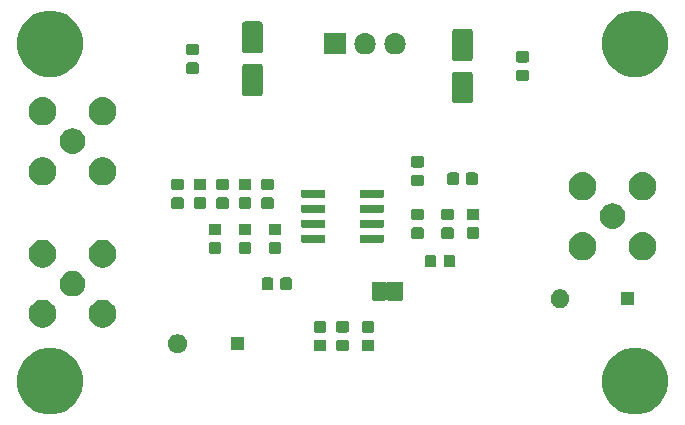
<source format=gbr>
G04 #@! TF.GenerationSoftware,KiCad,Pcbnew,(5.1.2)-2*
G04 #@! TF.CreationDate,2019-07-06T17:29:07+08:00*
G04 #@! TF.ProjectId,eval-board-ADA4817-1,6576616c-2d62-46f6-9172-642d41444134,rev?*
G04 #@! TF.SameCoordinates,Original*
G04 #@! TF.FileFunction,Soldermask,Top*
G04 #@! TF.FilePolarity,Negative*
%FSLAX46Y46*%
G04 Gerber Fmt 4.6, Leading zero omitted, Abs format (unit mm)*
G04 Created by KiCad (PCBNEW (5.1.2)-2) date 2019-07-06 17:29:07*
%MOMM*%
%LPD*%
G04 APERTURE LIST*
%ADD10C,0.100000*%
G04 APERTURE END LIST*
D10*
G36*
X157662021Y-129386640D02*
G01*
X158035419Y-129541307D01*
X158171771Y-129597786D01*
X158630534Y-129904321D01*
X159020679Y-130294466D01*
X159327214Y-130753229D01*
X159327215Y-130753231D01*
X159538360Y-131262979D01*
X159646000Y-131804124D01*
X159646000Y-132355876D01*
X159538360Y-132897021D01*
X159327215Y-133406769D01*
X159327214Y-133406771D01*
X159020679Y-133865534D01*
X158630534Y-134255679D01*
X158171771Y-134562214D01*
X158171770Y-134562215D01*
X158171769Y-134562215D01*
X157662021Y-134773360D01*
X157120876Y-134881000D01*
X156569124Y-134881000D01*
X156027979Y-134773360D01*
X155518231Y-134562215D01*
X155518230Y-134562215D01*
X155518229Y-134562214D01*
X155059466Y-134255679D01*
X154669321Y-133865534D01*
X154362786Y-133406771D01*
X154362785Y-133406769D01*
X154151640Y-132897021D01*
X154044000Y-132355876D01*
X154044000Y-131804124D01*
X154151640Y-131262979D01*
X154362785Y-130753231D01*
X154362786Y-130753229D01*
X154669321Y-130294466D01*
X155059466Y-129904321D01*
X155518229Y-129597786D01*
X155654581Y-129541307D01*
X156027979Y-129386640D01*
X156569124Y-129279000D01*
X157120876Y-129279000D01*
X157662021Y-129386640D01*
X157662021Y-129386640D01*
G37*
G36*
X108132021Y-129386640D02*
G01*
X108505419Y-129541307D01*
X108641771Y-129597786D01*
X109100534Y-129904321D01*
X109490679Y-130294466D01*
X109797214Y-130753229D01*
X109797215Y-130753231D01*
X110008360Y-131262979D01*
X110116000Y-131804124D01*
X110116000Y-132355876D01*
X110008360Y-132897021D01*
X109797215Y-133406769D01*
X109797214Y-133406771D01*
X109490679Y-133865534D01*
X109100534Y-134255679D01*
X108641771Y-134562214D01*
X108641770Y-134562215D01*
X108641769Y-134562215D01*
X108132021Y-134773360D01*
X107590876Y-134881000D01*
X107039124Y-134881000D01*
X106497979Y-134773360D01*
X105988231Y-134562215D01*
X105988230Y-134562215D01*
X105988229Y-134562214D01*
X105529466Y-134255679D01*
X105139321Y-133865534D01*
X104832786Y-133406771D01*
X104832785Y-133406769D01*
X104621640Y-132897021D01*
X104514000Y-132355876D01*
X104514000Y-131804124D01*
X104621640Y-131262979D01*
X104832785Y-130753231D01*
X104832786Y-130753229D01*
X105139321Y-130294466D01*
X105529466Y-129904321D01*
X105988229Y-129597786D01*
X106124581Y-129541307D01*
X106497979Y-129386640D01*
X107039124Y-129279000D01*
X107590876Y-129279000D01*
X108132021Y-129386640D01*
X108132021Y-129386640D01*
G37*
G36*
X118343642Y-128134781D02*
G01*
X118489414Y-128195162D01*
X118489416Y-128195163D01*
X118620608Y-128282822D01*
X118732178Y-128394392D01*
X118819837Y-128525584D01*
X118819838Y-128525586D01*
X118880219Y-128671358D01*
X118911000Y-128826107D01*
X118911000Y-128983893D01*
X118880219Y-129138642D01*
X118819838Y-129284414D01*
X118819837Y-129284416D01*
X118732178Y-129415608D01*
X118620608Y-129527178D01*
X118489416Y-129614837D01*
X118489415Y-129614838D01*
X118489414Y-129614838D01*
X118343642Y-129675219D01*
X118188893Y-129706000D01*
X118031107Y-129706000D01*
X117876358Y-129675219D01*
X117730586Y-129614838D01*
X117730585Y-129614838D01*
X117730584Y-129614837D01*
X117599392Y-129527178D01*
X117487822Y-129415608D01*
X117400163Y-129284416D01*
X117400162Y-129284414D01*
X117339781Y-129138642D01*
X117309000Y-128983893D01*
X117309000Y-128826107D01*
X117339781Y-128671358D01*
X117400162Y-128525586D01*
X117400163Y-128525584D01*
X117487822Y-128394392D01*
X117599392Y-128282822D01*
X117730584Y-128195163D01*
X117730586Y-128195162D01*
X117876358Y-128134781D01*
X118031107Y-128104000D01*
X118188893Y-128104000D01*
X118343642Y-128134781D01*
X118343642Y-128134781D01*
G37*
G36*
X130554591Y-128573085D02*
G01*
X130588569Y-128583393D01*
X130619890Y-128600134D01*
X130647339Y-128622661D01*
X130669866Y-128650110D01*
X130686607Y-128681431D01*
X130696915Y-128715409D01*
X130701000Y-128756890D01*
X130701000Y-129358110D01*
X130696915Y-129399591D01*
X130686607Y-129433569D01*
X130669866Y-129464890D01*
X130647339Y-129492339D01*
X130619890Y-129514866D01*
X130588569Y-129531607D01*
X130554591Y-129541915D01*
X130513110Y-129546000D01*
X129836890Y-129546000D01*
X129795409Y-129541915D01*
X129761431Y-129531607D01*
X129730110Y-129514866D01*
X129702661Y-129492339D01*
X129680134Y-129464890D01*
X129663393Y-129433569D01*
X129653085Y-129399591D01*
X129649000Y-129358110D01*
X129649000Y-128756890D01*
X129653085Y-128715409D01*
X129663393Y-128681431D01*
X129680134Y-128650110D01*
X129702661Y-128622661D01*
X129730110Y-128600134D01*
X129761431Y-128583393D01*
X129795409Y-128573085D01*
X129836890Y-128569000D01*
X130513110Y-128569000D01*
X130554591Y-128573085D01*
X130554591Y-128573085D01*
G37*
G36*
X134614592Y-128573085D02*
G01*
X134648570Y-128583393D01*
X134679891Y-128600134D01*
X134707340Y-128622661D01*
X134729867Y-128650110D01*
X134746608Y-128681431D01*
X134756916Y-128715409D01*
X134761001Y-128756890D01*
X134761001Y-129358110D01*
X134756916Y-129399591D01*
X134746608Y-129433569D01*
X134729867Y-129464890D01*
X134707340Y-129492339D01*
X134679891Y-129514866D01*
X134648570Y-129531607D01*
X134614592Y-129541915D01*
X134573111Y-129546000D01*
X133896891Y-129546000D01*
X133855410Y-129541915D01*
X133821432Y-129531607D01*
X133790111Y-129514866D01*
X133762662Y-129492339D01*
X133740135Y-129464890D01*
X133723394Y-129433569D01*
X133713086Y-129399591D01*
X133709001Y-129358110D01*
X133709001Y-128756890D01*
X133713086Y-128715409D01*
X133723394Y-128681431D01*
X133740135Y-128650110D01*
X133762662Y-128622661D01*
X133790111Y-128600134D01*
X133821432Y-128583393D01*
X133855410Y-128573085D01*
X133896891Y-128569000D01*
X134573111Y-128569000D01*
X134614592Y-128573085D01*
X134614592Y-128573085D01*
G37*
G36*
X132459591Y-128573085D02*
G01*
X132493569Y-128583393D01*
X132524890Y-128600134D01*
X132552339Y-128622661D01*
X132574866Y-128650110D01*
X132591607Y-128681431D01*
X132601915Y-128715409D01*
X132606000Y-128756890D01*
X132606000Y-129358110D01*
X132601915Y-129399591D01*
X132591607Y-129433569D01*
X132574866Y-129464890D01*
X132552339Y-129492339D01*
X132524890Y-129514866D01*
X132493569Y-129531607D01*
X132459591Y-129541915D01*
X132418110Y-129546000D01*
X131741890Y-129546000D01*
X131700409Y-129541915D01*
X131666431Y-129531607D01*
X131635110Y-129514866D01*
X131607661Y-129492339D01*
X131585134Y-129464890D01*
X131568393Y-129433569D01*
X131558085Y-129399591D01*
X131554000Y-129358110D01*
X131554000Y-128756890D01*
X131558085Y-128715409D01*
X131568393Y-128681431D01*
X131585134Y-128650110D01*
X131607661Y-128622661D01*
X131635110Y-128600134D01*
X131666431Y-128583393D01*
X131700409Y-128573085D01*
X131741890Y-128569000D01*
X132418110Y-128569000D01*
X132459591Y-128573085D01*
X132459591Y-128573085D01*
G37*
G36*
X123741000Y-129456000D02*
G01*
X122639000Y-129456000D01*
X122639000Y-128354000D01*
X123741000Y-128354000D01*
X123741000Y-129456000D01*
X123741000Y-129456000D01*
G37*
G36*
X130554591Y-126998085D02*
G01*
X130588569Y-127008393D01*
X130619890Y-127025134D01*
X130647339Y-127047661D01*
X130669866Y-127075110D01*
X130686607Y-127106431D01*
X130696915Y-127140409D01*
X130701000Y-127181890D01*
X130701000Y-127783110D01*
X130696915Y-127824591D01*
X130686607Y-127858569D01*
X130669866Y-127889890D01*
X130647339Y-127917339D01*
X130619890Y-127939866D01*
X130588569Y-127956607D01*
X130554591Y-127966915D01*
X130513110Y-127971000D01*
X129836890Y-127971000D01*
X129795409Y-127966915D01*
X129761431Y-127956607D01*
X129730110Y-127939866D01*
X129702661Y-127917339D01*
X129680134Y-127889890D01*
X129663393Y-127858569D01*
X129653085Y-127824591D01*
X129649000Y-127783110D01*
X129649000Y-127181890D01*
X129653085Y-127140409D01*
X129663393Y-127106431D01*
X129680134Y-127075110D01*
X129702661Y-127047661D01*
X129730110Y-127025134D01*
X129761431Y-127008393D01*
X129795409Y-126998085D01*
X129836890Y-126994000D01*
X130513110Y-126994000D01*
X130554591Y-126998085D01*
X130554591Y-126998085D01*
G37*
G36*
X134614592Y-126998085D02*
G01*
X134648570Y-127008393D01*
X134679891Y-127025134D01*
X134707340Y-127047661D01*
X134729867Y-127075110D01*
X134746608Y-127106431D01*
X134756916Y-127140409D01*
X134761001Y-127181890D01*
X134761001Y-127783110D01*
X134756916Y-127824591D01*
X134746608Y-127858569D01*
X134729867Y-127889890D01*
X134707340Y-127917339D01*
X134679891Y-127939866D01*
X134648570Y-127956607D01*
X134614592Y-127966915D01*
X134573111Y-127971000D01*
X133896891Y-127971000D01*
X133855410Y-127966915D01*
X133821432Y-127956607D01*
X133790111Y-127939866D01*
X133762662Y-127917339D01*
X133740135Y-127889890D01*
X133723394Y-127858569D01*
X133713086Y-127824591D01*
X133709001Y-127783110D01*
X133709001Y-127181890D01*
X133713086Y-127140409D01*
X133723394Y-127106431D01*
X133740135Y-127075110D01*
X133762662Y-127047661D01*
X133790111Y-127025134D01*
X133821432Y-127008393D01*
X133855410Y-126998085D01*
X133896891Y-126994000D01*
X134573111Y-126994000D01*
X134614592Y-126998085D01*
X134614592Y-126998085D01*
G37*
G36*
X132459591Y-126998085D02*
G01*
X132493569Y-127008393D01*
X132524890Y-127025134D01*
X132552339Y-127047661D01*
X132574866Y-127075110D01*
X132591607Y-127106431D01*
X132601915Y-127140409D01*
X132606000Y-127181890D01*
X132606000Y-127783110D01*
X132601915Y-127824591D01*
X132591607Y-127858569D01*
X132574866Y-127889890D01*
X132552339Y-127917339D01*
X132524890Y-127939866D01*
X132493569Y-127956607D01*
X132459591Y-127966915D01*
X132418110Y-127971000D01*
X131741890Y-127971000D01*
X131700409Y-127966915D01*
X131666431Y-127956607D01*
X131635110Y-127939866D01*
X131607661Y-127917339D01*
X131585134Y-127889890D01*
X131568393Y-127858569D01*
X131558085Y-127824591D01*
X131554000Y-127783110D01*
X131554000Y-127181890D01*
X131558085Y-127140409D01*
X131568393Y-127106431D01*
X131585134Y-127075110D01*
X131607661Y-127047661D01*
X131635110Y-127025134D01*
X131666431Y-127008393D01*
X131700409Y-126998085D01*
X131741890Y-126994000D01*
X132418110Y-126994000D01*
X132459591Y-126998085D01*
X132459591Y-126998085D01*
G37*
G36*
X106851137Y-125200002D02*
G01*
X107023027Y-125234193D01*
X107237045Y-125322842D01*
X107301249Y-125365742D01*
X107429654Y-125451539D01*
X107593461Y-125615346D01*
X107613943Y-125646000D01*
X107722158Y-125807955D01*
X107810807Y-126021973D01*
X107856000Y-126249174D01*
X107856000Y-126480826D01*
X107810807Y-126708027D01*
X107722158Y-126922045D01*
X107722157Y-126922046D01*
X107593461Y-127114654D01*
X107429654Y-127278461D01*
X107301249Y-127364258D01*
X107237045Y-127407158D01*
X107023027Y-127495807D01*
X106871560Y-127525936D01*
X106795827Y-127541000D01*
X106564173Y-127541000D01*
X106488440Y-127525936D01*
X106336973Y-127495807D01*
X106122955Y-127407158D01*
X106058751Y-127364258D01*
X105930346Y-127278461D01*
X105766539Y-127114654D01*
X105637843Y-126922046D01*
X105637842Y-126922045D01*
X105549193Y-126708027D01*
X105504000Y-126480826D01*
X105504000Y-126249174D01*
X105549193Y-126021973D01*
X105637842Y-125807955D01*
X105746057Y-125646000D01*
X105766539Y-125615346D01*
X105930346Y-125451539D01*
X106058751Y-125365742D01*
X106122955Y-125322842D01*
X106336973Y-125234193D01*
X106508863Y-125200002D01*
X106564173Y-125189000D01*
X106795827Y-125189000D01*
X106851137Y-125200002D01*
X106851137Y-125200002D01*
G37*
G36*
X111931137Y-125200002D02*
G01*
X112103027Y-125234193D01*
X112317045Y-125322842D01*
X112381249Y-125365742D01*
X112509654Y-125451539D01*
X112673461Y-125615346D01*
X112693943Y-125646000D01*
X112802158Y-125807955D01*
X112890807Y-126021973D01*
X112936000Y-126249174D01*
X112936000Y-126480826D01*
X112890807Y-126708027D01*
X112802158Y-126922045D01*
X112802157Y-126922046D01*
X112673461Y-127114654D01*
X112509654Y-127278461D01*
X112381249Y-127364258D01*
X112317045Y-127407158D01*
X112103027Y-127495807D01*
X111951560Y-127525936D01*
X111875827Y-127541000D01*
X111644173Y-127541000D01*
X111568440Y-127525936D01*
X111416973Y-127495807D01*
X111202955Y-127407158D01*
X111138751Y-127364258D01*
X111010346Y-127278461D01*
X110846539Y-127114654D01*
X110717843Y-126922046D01*
X110717842Y-126922045D01*
X110629193Y-126708027D01*
X110584000Y-126480826D01*
X110584000Y-126249174D01*
X110629193Y-126021973D01*
X110717842Y-125807955D01*
X110826057Y-125646000D01*
X110846539Y-125615346D01*
X111010346Y-125451539D01*
X111138751Y-125365742D01*
X111202955Y-125322842D01*
X111416973Y-125234193D01*
X111588863Y-125200002D01*
X111644173Y-125189000D01*
X111875827Y-125189000D01*
X111931137Y-125200002D01*
X111931137Y-125200002D01*
G37*
G36*
X150728642Y-124324781D02*
G01*
X150874414Y-124385162D01*
X150874416Y-124385163D01*
X151005608Y-124472822D01*
X151117178Y-124584392D01*
X151168221Y-124660784D01*
X151204838Y-124715586D01*
X151265219Y-124861358D01*
X151296000Y-125016107D01*
X151296000Y-125173893D01*
X151265219Y-125328642D01*
X151214313Y-125451539D01*
X151204837Y-125474416D01*
X151117178Y-125605608D01*
X151005608Y-125717178D01*
X150874416Y-125804837D01*
X150874415Y-125804838D01*
X150874414Y-125804838D01*
X150728642Y-125865219D01*
X150573893Y-125896000D01*
X150416107Y-125896000D01*
X150261358Y-125865219D01*
X150115586Y-125804838D01*
X150115585Y-125804838D01*
X150115584Y-125804837D01*
X149984392Y-125717178D01*
X149872822Y-125605608D01*
X149785163Y-125474416D01*
X149775687Y-125451539D01*
X149724781Y-125328642D01*
X149694000Y-125173893D01*
X149694000Y-125016107D01*
X149724781Y-124861358D01*
X149785162Y-124715586D01*
X149821779Y-124660784D01*
X149872822Y-124584392D01*
X149984392Y-124472822D01*
X150115584Y-124385163D01*
X150115586Y-124385162D01*
X150261358Y-124324781D01*
X150416107Y-124294000D01*
X150573893Y-124294000D01*
X150728642Y-124324781D01*
X150728642Y-124324781D01*
G37*
G36*
X156761000Y-125646000D02*
G01*
X155659000Y-125646000D01*
X155659000Y-124544000D01*
X156761000Y-124544000D01*
X156761000Y-125646000D01*
X156761000Y-125646000D01*
G37*
G36*
X135674999Y-123659737D02*
G01*
X135684608Y-123662652D01*
X135693472Y-123667390D01*
X135701212Y-123673742D01*
X135701213Y-123673743D01*
X135701237Y-123673763D01*
X135707640Y-123681573D01*
X135707677Y-123681628D01*
X135715480Y-123691147D01*
X135715511Y-123691122D01*
X135726853Y-123704972D01*
X135745779Y-123720537D01*
X135767377Y-123732111D01*
X135790819Y-123739249D01*
X135815202Y-123741676D01*
X135839591Y-123739300D01*
X135863047Y-123732211D01*
X135884670Y-123720682D01*
X135903628Y-123705157D01*
X135919193Y-123686231D01*
X135921029Y-123683175D01*
X135922418Y-123681486D01*
X135922419Y-123681484D01*
X135928801Y-123673725D01*
X135936573Y-123667360D01*
X135936575Y-123667358D01*
X135945399Y-123662654D01*
X135945438Y-123662633D01*
X135955055Y-123659727D01*
X135955085Y-123659718D01*
X135971113Y-123658148D01*
X137108860Y-123658148D01*
X137124999Y-123659737D01*
X137134608Y-123662652D01*
X137143472Y-123667390D01*
X137151237Y-123673763D01*
X137157610Y-123681528D01*
X137162348Y-123690392D01*
X137165263Y-123700001D01*
X137166852Y-123716140D01*
X137166852Y-125203860D01*
X137165263Y-125219999D01*
X137162348Y-125229608D01*
X137157610Y-125238472D01*
X137151237Y-125246237D01*
X137143472Y-125252610D01*
X137134608Y-125257348D01*
X137124999Y-125260263D01*
X137108860Y-125261852D01*
X135971140Y-125261852D01*
X135955001Y-125260263D01*
X135945392Y-125257348D01*
X135936528Y-125252610D01*
X135928763Y-125246237D01*
X135918116Y-125233263D01*
X135911947Y-125224032D01*
X135894619Y-125206706D01*
X135874244Y-125193093D01*
X135851605Y-125183717D01*
X135827572Y-125178937D01*
X135803068Y-125178938D01*
X135779035Y-125183720D01*
X135756396Y-125193098D01*
X135736022Y-125206713D01*
X135718696Y-125224041D01*
X135711825Y-125233317D01*
X135707640Y-125238427D01*
X135701275Y-125246199D01*
X135693516Y-125252581D01*
X135684661Y-125257326D01*
X135681623Y-125258251D01*
X135675085Y-125260242D01*
X135675082Y-125260242D01*
X135675050Y-125260252D01*
X135665000Y-125261247D01*
X135664935Y-125261247D01*
X135658825Y-125261852D01*
X134671140Y-125261852D01*
X134655001Y-125260263D01*
X134645392Y-125257348D01*
X134636528Y-125252610D01*
X134628763Y-125246237D01*
X134622390Y-125238472D01*
X134617652Y-125229608D01*
X134614737Y-125219999D01*
X134613148Y-125203860D01*
X134613148Y-123716140D01*
X134614737Y-123700001D01*
X134617652Y-123690392D01*
X134622390Y-123681528D01*
X134628763Y-123673763D01*
X134636528Y-123667390D01*
X134645392Y-123662652D01*
X134655001Y-123659737D01*
X134671140Y-123658148D01*
X135658860Y-123658148D01*
X135674999Y-123659737D01*
X135674999Y-123659737D01*
G37*
G36*
X109395271Y-122762783D02*
G01*
X109533858Y-122790350D01*
X109729677Y-122871461D01*
X109905910Y-122989216D01*
X110055784Y-123139090D01*
X110173539Y-123315323D01*
X110254650Y-123511142D01*
X110282217Y-123649729D01*
X110294195Y-123709946D01*
X110296000Y-123719023D01*
X110296000Y-123930977D01*
X110254650Y-124138858D01*
X110173539Y-124334677D01*
X110055784Y-124510910D01*
X109905910Y-124660784D01*
X109729677Y-124778539D01*
X109533858Y-124859650D01*
X109395271Y-124887217D01*
X109325978Y-124901000D01*
X109114022Y-124901000D01*
X109044729Y-124887217D01*
X108906142Y-124859650D01*
X108710323Y-124778539D01*
X108534090Y-124660784D01*
X108384216Y-124510910D01*
X108266461Y-124334677D01*
X108185350Y-124138858D01*
X108144000Y-123930977D01*
X108144000Y-123719023D01*
X108145806Y-123709946D01*
X108157783Y-123649729D01*
X108185350Y-123511142D01*
X108266461Y-123315323D01*
X108384216Y-123139090D01*
X108534090Y-122989216D01*
X108710323Y-122871461D01*
X108906142Y-122790350D01*
X109044729Y-122762783D01*
X109114022Y-122749000D01*
X109325978Y-122749000D01*
X109395271Y-122762783D01*
X109395271Y-122762783D01*
G37*
G36*
X127647091Y-123303085D02*
G01*
X127681069Y-123313393D01*
X127712390Y-123330134D01*
X127739839Y-123352661D01*
X127762366Y-123380110D01*
X127779107Y-123411431D01*
X127789415Y-123445409D01*
X127793500Y-123486890D01*
X127793500Y-124163110D01*
X127789415Y-124204591D01*
X127779107Y-124238569D01*
X127762366Y-124269890D01*
X127739839Y-124297339D01*
X127712390Y-124319866D01*
X127681069Y-124336607D01*
X127647091Y-124346915D01*
X127605610Y-124351000D01*
X127004390Y-124351000D01*
X126962909Y-124346915D01*
X126928931Y-124336607D01*
X126897610Y-124319866D01*
X126870161Y-124297339D01*
X126847634Y-124269890D01*
X126830893Y-124238569D01*
X126820585Y-124204591D01*
X126816500Y-124163110D01*
X126816500Y-123486890D01*
X126820585Y-123445409D01*
X126830893Y-123411431D01*
X126847634Y-123380110D01*
X126870161Y-123352661D01*
X126897610Y-123330134D01*
X126928931Y-123313393D01*
X126962909Y-123303085D01*
X127004390Y-123299000D01*
X127605610Y-123299000D01*
X127647091Y-123303085D01*
X127647091Y-123303085D01*
G37*
G36*
X126072091Y-123303085D02*
G01*
X126106069Y-123313393D01*
X126137390Y-123330134D01*
X126164839Y-123352661D01*
X126187366Y-123380110D01*
X126204107Y-123411431D01*
X126214415Y-123445409D01*
X126218500Y-123486890D01*
X126218500Y-124163110D01*
X126214415Y-124204591D01*
X126204107Y-124238569D01*
X126187366Y-124269890D01*
X126164839Y-124297339D01*
X126137390Y-124319866D01*
X126106069Y-124336607D01*
X126072091Y-124346915D01*
X126030610Y-124351000D01*
X125429390Y-124351000D01*
X125387909Y-124346915D01*
X125353931Y-124336607D01*
X125322610Y-124319866D01*
X125295161Y-124297339D01*
X125272634Y-124269890D01*
X125255893Y-124238569D01*
X125245585Y-124204591D01*
X125241500Y-124163110D01*
X125241500Y-123486890D01*
X125245585Y-123445409D01*
X125255893Y-123411431D01*
X125272634Y-123380110D01*
X125295161Y-123352661D01*
X125322610Y-123330134D01*
X125353931Y-123313393D01*
X125387909Y-123303085D01*
X125429390Y-123299000D01*
X126030610Y-123299000D01*
X126072091Y-123303085D01*
X126072091Y-123303085D01*
G37*
G36*
X111951560Y-120124064D02*
G01*
X112103027Y-120154193D01*
X112317045Y-120242842D01*
X112317046Y-120242843D01*
X112509654Y-120371539D01*
X112673461Y-120535346D01*
X112759258Y-120663751D01*
X112802158Y-120727955D01*
X112890807Y-120941973D01*
X112936000Y-121169174D01*
X112936000Y-121400826D01*
X112890807Y-121628027D01*
X112802158Y-121842045D01*
X112802157Y-121842046D01*
X112673461Y-122034654D01*
X112509654Y-122198461D01*
X112381249Y-122284258D01*
X112317045Y-122327158D01*
X112103027Y-122415807D01*
X111971773Y-122441915D01*
X111875827Y-122461000D01*
X111644173Y-122461000D01*
X111548227Y-122441915D01*
X111416973Y-122415807D01*
X111202955Y-122327158D01*
X111138751Y-122284258D01*
X111010346Y-122198461D01*
X110846539Y-122034654D01*
X110717843Y-121842046D01*
X110717842Y-121842045D01*
X110629193Y-121628027D01*
X110584000Y-121400826D01*
X110584000Y-121169174D01*
X110629193Y-120941973D01*
X110717842Y-120727955D01*
X110760742Y-120663751D01*
X110846539Y-120535346D01*
X111010346Y-120371539D01*
X111202954Y-120242843D01*
X111202955Y-120242842D01*
X111416973Y-120154193D01*
X111568440Y-120124064D01*
X111644173Y-120109000D01*
X111875827Y-120109000D01*
X111951560Y-120124064D01*
X111951560Y-120124064D01*
G37*
G36*
X106871560Y-120124064D02*
G01*
X107023027Y-120154193D01*
X107237045Y-120242842D01*
X107237046Y-120242843D01*
X107429654Y-120371539D01*
X107593461Y-120535346D01*
X107679258Y-120663751D01*
X107722158Y-120727955D01*
X107810807Y-120941973D01*
X107856000Y-121169174D01*
X107856000Y-121400826D01*
X107810807Y-121628027D01*
X107722158Y-121842045D01*
X107722157Y-121842046D01*
X107593461Y-122034654D01*
X107429654Y-122198461D01*
X107301249Y-122284258D01*
X107237045Y-122327158D01*
X107023027Y-122415807D01*
X106891773Y-122441915D01*
X106795827Y-122461000D01*
X106564173Y-122461000D01*
X106468227Y-122441915D01*
X106336973Y-122415807D01*
X106122955Y-122327158D01*
X106058751Y-122284258D01*
X105930346Y-122198461D01*
X105766539Y-122034654D01*
X105637843Y-121842046D01*
X105637842Y-121842045D01*
X105549193Y-121628027D01*
X105504000Y-121400826D01*
X105504000Y-121169174D01*
X105549193Y-120941973D01*
X105637842Y-120727955D01*
X105680742Y-120663751D01*
X105766539Y-120535346D01*
X105930346Y-120371539D01*
X106122954Y-120242843D01*
X106122955Y-120242842D01*
X106336973Y-120154193D01*
X106488440Y-120124064D01*
X106564173Y-120109000D01*
X106795827Y-120109000D01*
X106871560Y-120124064D01*
X106871560Y-120124064D01*
G37*
G36*
X141464591Y-121398085D02*
G01*
X141498569Y-121408393D01*
X141529890Y-121425134D01*
X141557339Y-121447661D01*
X141579866Y-121475110D01*
X141596607Y-121506431D01*
X141606915Y-121540409D01*
X141611000Y-121581890D01*
X141611000Y-122258110D01*
X141606915Y-122299591D01*
X141596607Y-122333569D01*
X141579866Y-122364890D01*
X141557339Y-122392339D01*
X141529890Y-122414866D01*
X141498569Y-122431607D01*
X141464591Y-122441915D01*
X141423110Y-122446000D01*
X140821890Y-122446000D01*
X140780409Y-122441915D01*
X140746431Y-122431607D01*
X140715110Y-122414866D01*
X140687661Y-122392339D01*
X140665134Y-122364890D01*
X140648393Y-122333569D01*
X140638085Y-122299591D01*
X140634000Y-122258110D01*
X140634000Y-121581890D01*
X140638085Y-121540409D01*
X140648393Y-121506431D01*
X140665134Y-121475110D01*
X140687661Y-121447661D01*
X140715110Y-121425134D01*
X140746431Y-121408393D01*
X140780409Y-121398085D01*
X140821890Y-121394000D01*
X141423110Y-121394000D01*
X141464591Y-121398085D01*
X141464591Y-121398085D01*
G37*
G36*
X139889591Y-121398085D02*
G01*
X139923569Y-121408393D01*
X139954890Y-121425134D01*
X139982339Y-121447661D01*
X140004866Y-121475110D01*
X140021607Y-121506431D01*
X140031915Y-121540409D01*
X140036000Y-121581890D01*
X140036000Y-122258110D01*
X140031915Y-122299591D01*
X140021607Y-122333569D01*
X140004866Y-122364890D01*
X139982339Y-122392339D01*
X139954890Y-122414866D01*
X139923569Y-122431607D01*
X139889591Y-122441915D01*
X139848110Y-122446000D01*
X139246890Y-122446000D01*
X139205409Y-122441915D01*
X139171431Y-122431607D01*
X139140110Y-122414866D01*
X139112661Y-122392339D01*
X139090134Y-122364890D01*
X139073393Y-122333569D01*
X139063085Y-122299591D01*
X139059000Y-122258110D01*
X139059000Y-121581890D01*
X139063085Y-121540409D01*
X139073393Y-121506431D01*
X139090134Y-121475110D01*
X139112661Y-121447661D01*
X139140110Y-121425134D01*
X139171431Y-121408393D01*
X139205409Y-121398085D01*
X139246890Y-121394000D01*
X139848110Y-121394000D01*
X139889591Y-121398085D01*
X139889591Y-121398085D01*
G37*
G36*
X152591560Y-119489064D02*
G01*
X152743027Y-119519193D01*
X152957045Y-119607842D01*
X152957046Y-119607843D01*
X153149654Y-119736539D01*
X153313461Y-119900346D01*
X153318955Y-119908569D01*
X153442158Y-120092955D01*
X153530807Y-120306973D01*
X153576000Y-120534174D01*
X153576000Y-120765826D01*
X153530807Y-120993027D01*
X153442158Y-121207045D01*
X153442157Y-121207046D01*
X153313461Y-121399654D01*
X153149654Y-121563461D01*
X153037724Y-121638250D01*
X152957045Y-121692158D01*
X152743027Y-121780807D01*
X152591560Y-121810936D01*
X152515827Y-121826000D01*
X152284173Y-121826000D01*
X152208440Y-121810936D01*
X152056973Y-121780807D01*
X151842955Y-121692158D01*
X151762276Y-121638250D01*
X151650346Y-121563461D01*
X151486539Y-121399654D01*
X151357843Y-121207046D01*
X151357842Y-121207045D01*
X151269193Y-120993027D01*
X151224000Y-120765826D01*
X151224000Y-120534174D01*
X151269193Y-120306973D01*
X151357842Y-120092955D01*
X151481045Y-119908569D01*
X151486539Y-119900346D01*
X151650346Y-119736539D01*
X151842954Y-119607843D01*
X151842955Y-119607842D01*
X152056973Y-119519193D01*
X152208440Y-119489064D01*
X152284173Y-119474000D01*
X152515827Y-119474000D01*
X152591560Y-119489064D01*
X152591560Y-119489064D01*
G37*
G36*
X157671560Y-119489064D02*
G01*
X157823027Y-119519193D01*
X158037045Y-119607842D01*
X158037046Y-119607843D01*
X158229654Y-119736539D01*
X158393461Y-119900346D01*
X158398955Y-119908569D01*
X158522158Y-120092955D01*
X158610807Y-120306973D01*
X158656000Y-120534174D01*
X158656000Y-120765826D01*
X158610807Y-120993027D01*
X158522158Y-121207045D01*
X158522157Y-121207046D01*
X158393461Y-121399654D01*
X158229654Y-121563461D01*
X158117724Y-121638250D01*
X158037045Y-121692158D01*
X157823027Y-121780807D01*
X157671560Y-121810936D01*
X157595827Y-121826000D01*
X157364173Y-121826000D01*
X157288440Y-121810936D01*
X157136973Y-121780807D01*
X156922955Y-121692158D01*
X156842276Y-121638250D01*
X156730346Y-121563461D01*
X156566539Y-121399654D01*
X156437843Y-121207046D01*
X156437842Y-121207045D01*
X156349193Y-120993027D01*
X156304000Y-120765826D01*
X156304000Y-120534174D01*
X156349193Y-120306973D01*
X156437842Y-120092955D01*
X156561045Y-119908569D01*
X156566539Y-119900346D01*
X156730346Y-119736539D01*
X156922954Y-119607843D01*
X156922955Y-119607842D01*
X157136973Y-119519193D01*
X157288440Y-119489064D01*
X157364173Y-119474000D01*
X157595827Y-119474000D01*
X157671560Y-119489064D01*
X157671560Y-119489064D01*
G37*
G36*
X121664591Y-120318085D02*
G01*
X121698569Y-120328393D01*
X121729890Y-120345134D01*
X121757339Y-120367661D01*
X121779866Y-120395110D01*
X121796607Y-120426431D01*
X121806915Y-120460409D01*
X121811000Y-120501890D01*
X121811000Y-121103110D01*
X121806915Y-121144591D01*
X121796607Y-121178569D01*
X121779866Y-121209890D01*
X121757339Y-121237339D01*
X121729890Y-121259866D01*
X121698569Y-121276607D01*
X121664591Y-121286915D01*
X121623110Y-121291000D01*
X120946890Y-121291000D01*
X120905409Y-121286915D01*
X120871431Y-121276607D01*
X120840110Y-121259866D01*
X120812661Y-121237339D01*
X120790134Y-121209890D01*
X120773393Y-121178569D01*
X120763085Y-121144591D01*
X120759000Y-121103110D01*
X120759000Y-120501890D01*
X120763085Y-120460409D01*
X120773393Y-120426431D01*
X120790134Y-120395110D01*
X120812661Y-120367661D01*
X120840110Y-120345134D01*
X120871431Y-120328393D01*
X120905409Y-120318085D01*
X120946890Y-120314000D01*
X121623110Y-120314000D01*
X121664591Y-120318085D01*
X121664591Y-120318085D01*
G37*
G36*
X126744591Y-120318085D02*
G01*
X126778569Y-120328393D01*
X126809890Y-120345134D01*
X126837339Y-120367661D01*
X126859866Y-120395110D01*
X126876607Y-120426431D01*
X126886915Y-120460409D01*
X126891000Y-120501890D01*
X126891000Y-121103110D01*
X126886915Y-121144591D01*
X126876607Y-121178569D01*
X126859866Y-121209890D01*
X126837339Y-121237339D01*
X126809890Y-121259866D01*
X126778569Y-121276607D01*
X126744591Y-121286915D01*
X126703110Y-121291000D01*
X126026890Y-121291000D01*
X125985409Y-121286915D01*
X125951431Y-121276607D01*
X125920110Y-121259866D01*
X125892661Y-121237339D01*
X125870134Y-121209890D01*
X125853393Y-121178569D01*
X125843085Y-121144591D01*
X125839000Y-121103110D01*
X125839000Y-120501890D01*
X125843085Y-120460409D01*
X125853393Y-120426431D01*
X125870134Y-120395110D01*
X125892661Y-120367661D01*
X125920110Y-120345134D01*
X125951431Y-120328393D01*
X125985409Y-120318085D01*
X126026890Y-120314000D01*
X126703110Y-120314000D01*
X126744591Y-120318085D01*
X126744591Y-120318085D01*
G37*
G36*
X124204591Y-120318085D02*
G01*
X124238569Y-120328393D01*
X124269890Y-120345134D01*
X124297339Y-120367661D01*
X124319866Y-120395110D01*
X124336607Y-120426431D01*
X124346915Y-120460409D01*
X124351000Y-120501890D01*
X124351000Y-121103110D01*
X124346915Y-121144591D01*
X124336607Y-121178569D01*
X124319866Y-121209890D01*
X124297339Y-121237339D01*
X124269890Y-121259866D01*
X124238569Y-121276607D01*
X124204591Y-121286915D01*
X124163110Y-121291000D01*
X123486890Y-121291000D01*
X123445409Y-121286915D01*
X123411431Y-121276607D01*
X123380110Y-121259866D01*
X123352661Y-121237339D01*
X123330134Y-121209890D01*
X123313393Y-121178569D01*
X123303085Y-121144591D01*
X123299000Y-121103110D01*
X123299000Y-120501890D01*
X123303085Y-120460409D01*
X123313393Y-120426431D01*
X123330134Y-120395110D01*
X123352661Y-120367661D01*
X123380110Y-120345134D01*
X123411431Y-120328393D01*
X123445409Y-120318085D01*
X123486890Y-120314000D01*
X124163110Y-120314000D01*
X124204591Y-120318085D01*
X124204591Y-120318085D01*
G37*
G36*
X130539928Y-119666764D02*
G01*
X130561009Y-119673160D01*
X130580445Y-119683548D01*
X130597476Y-119697524D01*
X130611452Y-119714555D01*
X130621840Y-119733991D01*
X130628236Y-119755072D01*
X130631000Y-119783140D01*
X130631000Y-120246860D01*
X130628236Y-120274928D01*
X130621840Y-120296009D01*
X130611452Y-120315445D01*
X130597476Y-120332476D01*
X130580445Y-120346452D01*
X130561009Y-120356840D01*
X130539928Y-120363236D01*
X130511860Y-120366000D01*
X128698140Y-120366000D01*
X128670072Y-120363236D01*
X128648991Y-120356840D01*
X128629555Y-120346452D01*
X128612524Y-120332476D01*
X128598548Y-120315445D01*
X128588160Y-120296009D01*
X128581764Y-120274928D01*
X128579000Y-120246860D01*
X128579000Y-119783140D01*
X128581764Y-119755072D01*
X128588160Y-119733991D01*
X128598548Y-119714555D01*
X128612524Y-119697524D01*
X128629555Y-119683548D01*
X128648991Y-119673160D01*
X128670072Y-119666764D01*
X128698140Y-119664000D01*
X130511860Y-119664000D01*
X130539928Y-119666764D01*
X130539928Y-119666764D01*
G37*
G36*
X135489928Y-119666764D02*
G01*
X135511009Y-119673160D01*
X135530445Y-119683548D01*
X135547476Y-119697524D01*
X135561452Y-119714555D01*
X135571840Y-119733991D01*
X135578236Y-119755072D01*
X135581000Y-119783140D01*
X135581000Y-120246860D01*
X135578236Y-120274928D01*
X135571840Y-120296009D01*
X135561452Y-120315445D01*
X135547476Y-120332476D01*
X135530445Y-120346452D01*
X135511009Y-120356840D01*
X135489928Y-120363236D01*
X135461860Y-120366000D01*
X133648140Y-120366000D01*
X133620072Y-120363236D01*
X133598991Y-120356840D01*
X133579555Y-120346452D01*
X133562524Y-120332476D01*
X133548548Y-120315445D01*
X133538160Y-120296009D01*
X133531764Y-120274928D01*
X133529000Y-120246860D01*
X133529000Y-119783140D01*
X133531764Y-119755072D01*
X133538160Y-119733991D01*
X133548548Y-119714555D01*
X133562524Y-119697524D01*
X133579555Y-119683548D01*
X133598991Y-119673160D01*
X133620072Y-119666764D01*
X133648140Y-119664000D01*
X135461860Y-119664000D01*
X135489928Y-119666764D01*
X135489928Y-119666764D01*
G37*
G36*
X138809591Y-119048085D02*
G01*
X138843569Y-119058393D01*
X138874890Y-119075134D01*
X138902339Y-119097661D01*
X138924866Y-119125110D01*
X138941607Y-119156431D01*
X138951915Y-119190409D01*
X138956000Y-119231890D01*
X138956000Y-119833110D01*
X138951915Y-119874591D01*
X138941607Y-119908569D01*
X138924866Y-119939890D01*
X138902339Y-119967339D01*
X138874890Y-119989866D01*
X138843569Y-120006607D01*
X138809591Y-120016915D01*
X138768110Y-120021000D01*
X138091890Y-120021000D01*
X138050409Y-120016915D01*
X138016431Y-120006607D01*
X137985110Y-119989866D01*
X137957661Y-119967339D01*
X137935134Y-119939890D01*
X137918393Y-119908569D01*
X137908085Y-119874591D01*
X137904000Y-119833110D01*
X137904000Y-119231890D01*
X137908085Y-119190409D01*
X137918393Y-119156431D01*
X137935134Y-119125110D01*
X137957661Y-119097661D01*
X137985110Y-119075134D01*
X138016431Y-119058393D01*
X138050409Y-119048085D01*
X138091890Y-119044000D01*
X138768110Y-119044000D01*
X138809591Y-119048085D01*
X138809591Y-119048085D01*
G37*
G36*
X143514592Y-119048085D02*
G01*
X143548570Y-119058393D01*
X143579891Y-119075134D01*
X143607340Y-119097661D01*
X143629867Y-119125110D01*
X143646608Y-119156431D01*
X143656916Y-119190409D01*
X143661001Y-119231890D01*
X143661001Y-119833110D01*
X143656916Y-119874591D01*
X143646608Y-119908569D01*
X143629867Y-119939890D01*
X143607340Y-119967339D01*
X143579891Y-119989866D01*
X143548570Y-120006607D01*
X143514592Y-120016915D01*
X143473111Y-120021000D01*
X142796891Y-120021000D01*
X142755410Y-120016915D01*
X142721432Y-120006607D01*
X142690111Y-119989866D01*
X142662662Y-119967339D01*
X142640135Y-119939890D01*
X142623394Y-119908569D01*
X142613086Y-119874591D01*
X142609001Y-119833110D01*
X142609001Y-119231890D01*
X142613086Y-119190409D01*
X142623394Y-119156431D01*
X142640135Y-119125110D01*
X142662662Y-119097661D01*
X142690111Y-119075134D01*
X142721432Y-119058393D01*
X142755410Y-119048085D01*
X142796891Y-119044000D01*
X143473111Y-119044000D01*
X143514592Y-119048085D01*
X143514592Y-119048085D01*
G37*
G36*
X141349591Y-119048085D02*
G01*
X141383569Y-119058393D01*
X141414890Y-119075134D01*
X141442339Y-119097661D01*
X141464866Y-119125110D01*
X141481607Y-119156431D01*
X141491915Y-119190409D01*
X141496000Y-119231890D01*
X141496000Y-119833110D01*
X141491915Y-119874591D01*
X141481607Y-119908569D01*
X141464866Y-119939890D01*
X141442339Y-119967339D01*
X141414890Y-119989866D01*
X141383569Y-120006607D01*
X141349591Y-120016915D01*
X141308110Y-120021000D01*
X140631890Y-120021000D01*
X140590409Y-120016915D01*
X140556431Y-120006607D01*
X140525110Y-119989866D01*
X140497661Y-119967339D01*
X140475134Y-119939890D01*
X140458393Y-119908569D01*
X140448085Y-119874591D01*
X140444000Y-119833110D01*
X140444000Y-119231890D01*
X140448085Y-119190409D01*
X140458393Y-119156431D01*
X140475134Y-119125110D01*
X140497661Y-119097661D01*
X140525110Y-119075134D01*
X140556431Y-119058393D01*
X140590409Y-119048085D01*
X140631890Y-119044000D01*
X141308110Y-119044000D01*
X141349591Y-119048085D01*
X141349591Y-119048085D01*
G37*
G36*
X124204591Y-118743085D02*
G01*
X124238569Y-118753393D01*
X124269890Y-118770134D01*
X124297339Y-118792661D01*
X124319866Y-118820110D01*
X124336607Y-118851431D01*
X124346915Y-118885409D01*
X124351000Y-118926890D01*
X124351000Y-119528110D01*
X124346915Y-119569591D01*
X124336607Y-119603569D01*
X124319866Y-119634890D01*
X124297339Y-119662339D01*
X124269890Y-119684866D01*
X124238569Y-119701607D01*
X124204591Y-119711915D01*
X124163110Y-119716000D01*
X123486890Y-119716000D01*
X123445409Y-119711915D01*
X123411431Y-119701607D01*
X123380110Y-119684866D01*
X123352661Y-119662339D01*
X123330134Y-119634890D01*
X123313393Y-119603569D01*
X123303085Y-119569591D01*
X123299000Y-119528110D01*
X123299000Y-118926890D01*
X123303085Y-118885409D01*
X123313393Y-118851431D01*
X123330134Y-118820110D01*
X123352661Y-118792661D01*
X123380110Y-118770134D01*
X123411431Y-118753393D01*
X123445409Y-118743085D01*
X123486890Y-118739000D01*
X124163110Y-118739000D01*
X124204591Y-118743085D01*
X124204591Y-118743085D01*
G37*
G36*
X126744591Y-118743085D02*
G01*
X126778569Y-118753393D01*
X126809890Y-118770134D01*
X126837339Y-118792661D01*
X126859866Y-118820110D01*
X126876607Y-118851431D01*
X126886915Y-118885409D01*
X126891000Y-118926890D01*
X126891000Y-119528110D01*
X126886915Y-119569591D01*
X126876607Y-119603569D01*
X126859866Y-119634890D01*
X126837339Y-119662339D01*
X126809890Y-119684866D01*
X126778569Y-119701607D01*
X126744591Y-119711915D01*
X126703110Y-119716000D01*
X126026890Y-119716000D01*
X125985409Y-119711915D01*
X125951431Y-119701607D01*
X125920110Y-119684866D01*
X125892661Y-119662339D01*
X125870134Y-119634890D01*
X125853393Y-119603569D01*
X125843085Y-119569591D01*
X125839000Y-119528110D01*
X125839000Y-118926890D01*
X125843085Y-118885409D01*
X125853393Y-118851431D01*
X125870134Y-118820110D01*
X125892661Y-118792661D01*
X125920110Y-118770134D01*
X125951431Y-118753393D01*
X125985409Y-118743085D01*
X126026890Y-118739000D01*
X126703110Y-118739000D01*
X126744591Y-118743085D01*
X126744591Y-118743085D01*
G37*
G36*
X121664591Y-118743085D02*
G01*
X121698569Y-118753393D01*
X121729890Y-118770134D01*
X121757339Y-118792661D01*
X121779866Y-118820110D01*
X121796607Y-118851431D01*
X121806915Y-118885409D01*
X121811000Y-118926890D01*
X121811000Y-119528110D01*
X121806915Y-119569591D01*
X121796607Y-119603569D01*
X121779866Y-119634890D01*
X121757339Y-119662339D01*
X121729890Y-119684866D01*
X121698569Y-119701607D01*
X121664591Y-119711915D01*
X121623110Y-119716000D01*
X120946890Y-119716000D01*
X120905409Y-119711915D01*
X120871431Y-119701607D01*
X120840110Y-119684866D01*
X120812661Y-119662339D01*
X120790134Y-119634890D01*
X120773393Y-119603569D01*
X120763085Y-119569591D01*
X120759000Y-119528110D01*
X120759000Y-118926890D01*
X120763085Y-118885409D01*
X120773393Y-118851431D01*
X120790134Y-118820110D01*
X120812661Y-118792661D01*
X120840110Y-118770134D01*
X120871431Y-118753393D01*
X120905409Y-118743085D01*
X120946890Y-118739000D01*
X121623110Y-118739000D01*
X121664591Y-118743085D01*
X121664591Y-118743085D01*
G37*
G36*
X155115271Y-117047783D02*
G01*
X155253858Y-117075350D01*
X155449677Y-117156461D01*
X155625910Y-117274216D01*
X155775784Y-117424090D01*
X155893539Y-117600323D01*
X155974650Y-117796142D01*
X156016000Y-118004023D01*
X156016000Y-118215977D01*
X155974650Y-118423858D01*
X155893539Y-118619677D01*
X155775784Y-118795910D01*
X155625910Y-118945784D01*
X155449677Y-119063539D01*
X155253858Y-119144650D01*
X155115271Y-119172217D01*
X155045978Y-119186000D01*
X154834022Y-119186000D01*
X154764729Y-119172217D01*
X154626142Y-119144650D01*
X154430323Y-119063539D01*
X154254090Y-118945784D01*
X154104216Y-118795910D01*
X153986461Y-118619677D01*
X153905350Y-118423858D01*
X153864000Y-118215977D01*
X153864000Y-118004023D01*
X153905350Y-117796142D01*
X153986461Y-117600323D01*
X154104216Y-117424090D01*
X154254090Y-117274216D01*
X154430323Y-117156461D01*
X154626142Y-117075350D01*
X154764729Y-117047783D01*
X154834022Y-117034000D01*
X155045978Y-117034000D01*
X155115271Y-117047783D01*
X155115271Y-117047783D01*
G37*
G36*
X135489928Y-118396764D02*
G01*
X135511009Y-118403160D01*
X135530445Y-118413548D01*
X135547476Y-118427524D01*
X135561452Y-118444555D01*
X135571840Y-118463991D01*
X135578236Y-118485072D01*
X135581000Y-118513140D01*
X135581000Y-118976860D01*
X135578236Y-119004928D01*
X135571840Y-119026009D01*
X135561452Y-119045445D01*
X135547476Y-119062476D01*
X135530445Y-119076452D01*
X135511009Y-119086840D01*
X135489928Y-119093236D01*
X135461860Y-119096000D01*
X133648140Y-119096000D01*
X133620072Y-119093236D01*
X133598991Y-119086840D01*
X133579555Y-119076452D01*
X133562524Y-119062476D01*
X133548548Y-119045445D01*
X133538160Y-119026009D01*
X133531764Y-119004928D01*
X133529000Y-118976860D01*
X133529000Y-118513140D01*
X133531764Y-118485072D01*
X133538160Y-118463991D01*
X133548548Y-118444555D01*
X133562524Y-118427524D01*
X133579555Y-118413548D01*
X133598991Y-118403160D01*
X133620072Y-118396764D01*
X133648140Y-118394000D01*
X135461860Y-118394000D01*
X135489928Y-118396764D01*
X135489928Y-118396764D01*
G37*
G36*
X130539928Y-118396764D02*
G01*
X130561009Y-118403160D01*
X130580445Y-118413548D01*
X130597476Y-118427524D01*
X130611452Y-118444555D01*
X130621840Y-118463991D01*
X130628236Y-118485072D01*
X130631000Y-118513140D01*
X130631000Y-118976860D01*
X130628236Y-119004928D01*
X130621840Y-119026009D01*
X130611452Y-119045445D01*
X130597476Y-119062476D01*
X130580445Y-119076452D01*
X130561009Y-119086840D01*
X130539928Y-119093236D01*
X130511860Y-119096000D01*
X128698140Y-119096000D01*
X128670072Y-119093236D01*
X128648991Y-119086840D01*
X128629555Y-119076452D01*
X128612524Y-119062476D01*
X128598548Y-119045445D01*
X128588160Y-119026009D01*
X128581764Y-119004928D01*
X128579000Y-118976860D01*
X128579000Y-118513140D01*
X128581764Y-118485072D01*
X128588160Y-118463991D01*
X128598548Y-118444555D01*
X128612524Y-118427524D01*
X128629555Y-118413548D01*
X128648991Y-118403160D01*
X128670072Y-118396764D01*
X128698140Y-118394000D01*
X130511860Y-118394000D01*
X130539928Y-118396764D01*
X130539928Y-118396764D01*
G37*
G36*
X138809591Y-117473085D02*
G01*
X138843569Y-117483393D01*
X138874890Y-117500134D01*
X138902339Y-117522661D01*
X138924866Y-117550110D01*
X138941607Y-117581431D01*
X138951915Y-117615409D01*
X138956000Y-117656890D01*
X138956000Y-118258110D01*
X138951915Y-118299591D01*
X138941607Y-118333569D01*
X138924866Y-118364890D01*
X138902339Y-118392339D01*
X138874890Y-118414866D01*
X138843569Y-118431607D01*
X138809591Y-118441915D01*
X138768110Y-118446000D01*
X138091890Y-118446000D01*
X138050409Y-118441915D01*
X138016431Y-118431607D01*
X137985110Y-118414866D01*
X137957661Y-118392339D01*
X137935134Y-118364890D01*
X137918393Y-118333569D01*
X137908085Y-118299591D01*
X137904000Y-118258110D01*
X137904000Y-117656890D01*
X137908085Y-117615409D01*
X137918393Y-117581431D01*
X137935134Y-117550110D01*
X137957661Y-117522661D01*
X137985110Y-117500134D01*
X138016431Y-117483393D01*
X138050409Y-117473085D01*
X138091890Y-117469000D01*
X138768110Y-117469000D01*
X138809591Y-117473085D01*
X138809591Y-117473085D01*
G37*
G36*
X143514592Y-117473085D02*
G01*
X143548570Y-117483393D01*
X143579891Y-117500134D01*
X143607340Y-117522661D01*
X143629867Y-117550110D01*
X143646608Y-117581431D01*
X143656916Y-117615409D01*
X143661001Y-117656890D01*
X143661001Y-118258110D01*
X143656916Y-118299591D01*
X143646608Y-118333569D01*
X143629867Y-118364890D01*
X143607340Y-118392339D01*
X143579891Y-118414866D01*
X143548570Y-118431607D01*
X143514592Y-118441915D01*
X143473111Y-118446000D01*
X142796891Y-118446000D01*
X142755410Y-118441915D01*
X142721432Y-118431607D01*
X142690111Y-118414866D01*
X142662662Y-118392339D01*
X142640135Y-118364890D01*
X142623394Y-118333569D01*
X142613086Y-118299591D01*
X142609001Y-118258110D01*
X142609001Y-117656890D01*
X142613086Y-117615409D01*
X142623394Y-117581431D01*
X142640135Y-117550110D01*
X142662662Y-117522661D01*
X142690111Y-117500134D01*
X142721432Y-117483393D01*
X142755410Y-117473085D01*
X142796891Y-117469000D01*
X143473111Y-117469000D01*
X143514592Y-117473085D01*
X143514592Y-117473085D01*
G37*
G36*
X141349591Y-117473085D02*
G01*
X141383569Y-117483393D01*
X141414890Y-117500134D01*
X141442339Y-117522661D01*
X141464866Y-117550110D01*
X141481607Y-117581431D01*
X141491915Y-117615409D01*
X141496000Y-117656890D01*
X141496000Y-118258110D01*
X141491915Y-118299591D01*
X141481607Y-118333569D01*
X141464866Y-118364890D01*
X141442339Y-118392339D01*
X141414890Y-118414866D01*
X141383569Y-118431607D01*
X141349591Y-118441915D01*
X141308110Y-118446000D01*
X140631890Y-118446000D01*
X140590409Y-118441915D01*
X140556431Y-118431607D01*
X140525110Y-118414866D01*
X140497661Y-118392339D01*
X140475134Y-118364890D01*
X140458393Y-118333569D01*
X140448085Y-118299591D01*
X140444000Y-118258110D01*
X140444000Y-117656890D01*
X140448085Y-117615409D01*
X140458393Y-117581431D01*
X140475134Y-117550110D01*
X140497661Y-117522661D01*
X140525110Y-117500134D01*
X140556431Y-117483393D01*
X140590409Y-117473085D01*
X140631890Y-117469000D01*
X141308110Y-117469000D01*
X141349591Y-117473085D01*
X141349591Y-117473085D01*
G37*
G36*
X135489928Y-117126764D02*
G01*
X135511009Y-117133160D01*
X135530445Y-117143548D01*
X135547476Y-117157524D01*
X135561452Y-117174555D01*
X135571840Y-117193991D01*
X135578236Y-117215072D01*
X135581000Y-117243140D01*
X135581000Y-117706860D01*
X135578236Y-117734928D01*
X135571840Y-117756009D01*
X135561452Y-117775445D01*
X135547476Y-117792476D01*
X135530445Y-117806452D01*
X135511009Y-117816840D01*
X135489928Y-117823236D01*
X135461860Y-117826000D01*
X133648140Y-117826000D01*
X133620072Y-117823236D01*
X133598991Y-117816840D01*
X133579555Y-117806452D01*
X133562524Y-117792476D01*
X133548548Y-117775445D01*
X133538160Y-117756009D01*
X133531764Y-117734928D01*
X133529000Y-117706860D01*
X133529000Y-117243140D01*
X133531764Y-117215072D01*
X133538160Y-117193991D01*
X133548548Y-117174555D01*
X133562524Y-117157524D01*
X133579555Y-117143548D01*
X133598991Y-117133160D01*
X133620072Y-117126764D01*
X133648140Y-117124000D01*
X135461860Y-117124000D01*
X135489928Y-117126764D01*
X135489928Y-117126764D01*
G37*
G36*
X130539928Y-117126764D02*
G01*
X130561009Y-117133160D01*
X130580445Y-117143548D01*
X130597476Y-117157524D01*
X130611452Y-117174555D01*
X130621840Y-117193991D01*
X130628236Y-117215072D01*
X130631000Y-117243140D01*
X130631000Y-117706860D01*
X130628236Y-117734928D01*
X130621840Y-117756009D01*
X130611452Y-117775445D01*
X130597476Y-117792476D01*
X130580445Y-117806452D01*
X130561009Y-117816840D01*
X130539928Y-117823236D01*
X130511860Y-117826000D01*
X128698140Y-117826000D01*
X128670072Y-117823236D01*
X128648991Y-117816840D01*
X128629555Y-117806452D01*
X128612524Y-117792476D01*
X128598548Y-117775445D01*
X128588160Y-117756009D01*
X128581764Y-117734928D01*
X128579000Y-117706860D01*
X128579000Y-117243140D01*
X128581764Y-117215072D01*
X128588160Y-117193991D01*
X128598548Y-117174555D01*
X128612524Y-117157524D01*
X128629555Y-117143548D01*
X128648991Y-117133160D01*
X128670072Y-117126764D01*
X128698140Y-117124000D01*
X130511860Y-117124000D01*
X130539928Y-117126764D01*
X130539928Y-117126764D01*
G37*
G36*
X120394591Y-116508085D02*
G01*
X120428569Y-116518393D01*
X120459890Y-116535134D01*
X120487339Y-116557661D01*
X120509866Y-116585110D01*
X120526607Y-116616431D01*
X120536915Y-116650409D01*
X120541000Y-116691890D01*
X120541000Y-117293110D01*
X120536915Y-117334591D01*
X120526607Y-117368569D01*
X120509866Y-117399890D01*
X120487339Y-117427339D01*
X120459890Y-117449866D01*
X120428569Y-117466607D01*
X120394591Y-117476915D01*
X120353110Y-117481000D01*
X119676890Y-117481000D01*
X119635409Y-117476915D01*
X119601431Y-117466607D01*
X119570110Y-117449866D01*
X119542661Y-117427339D01*
X119520134Y-117399890D01*
X119503393Y-117368569D01*
X119493085Y-117334591D01*
X119489000Y-117293110D01*
X119489000Y-116691890D01*
X119493085Y-116650409D01*
X119503393Y-116616431D01*
X119520134Y-116585110D01*
X119542661Y-116557661D01*
X119570110Y-116535134D01*
X119601431Y-116518393D01*
X119635409Y-116508085D01*
X119676890Y-116504000D01*
X120353110Y-116504000D01*
X120394591Y-116508085D01*
X120394591Y-116508085D01*
G37*
G36*
X124204591Y-116508085D02*
G01*
X124238569Y-116518393D01*
X124269890Y-116535134D01*
X124297339Y-116557661D01*
X124319866Y-116585110D01*
X124336607Y-116616431D01*
X124346915Y-116650409D01*
X124351000Y-116691890D01*
X124351000Y-117293110D01*
X124346915Y-117334591D01*
X124336607Y-117368569D01*
X124319866Y-117399890D01*
X124297339Y-117427339D01*
X124269890Y-117449866D01*
X124238569Y-117466607D01*
X124204591Y-117476915D01*
X124163110Y-117481000D01*
X123486890Y-117481000D01*
X123445409Y-117476915D01*
X123411431Y-117466607D01*
X123380110Y-117449866D01*
X123352661Y-117427339D01*
X123330134Y-117399890D01*
X123313393Y-117368569D01*
X123303085Y-117334591D01*
X123299000Y-117293110D01*
X123299000Y-116691890D01*
X123303085Y-116650409D01*
X123313393Y-116616431D01*
X123330134Y-116585110D01*
X123352661Y-116557661D01*
X123380110Y-116535134D01*
X123411431Y-116518393D01*
X123445409Y-116508085D01*
X123486890Y-116504000D01*
X124163110Y-116504000D01*
X124204591Y-116508085D01*
X124204591Y-116508085D01*
G37*
G36*
X118489591Y-116508085D02*
G01*
X118523569Y-116518393D01*
X118554890Y-116535134D01*
X118582339Y-116557661D01*
X118604866Y-116585110D01*
X118621607Y-116616431D01*
X118631915Y-116650409D01*
X118636000Y-116691890D01*
X118636000Y-117293110D01*
X118631915Y-117334591D01*
X118621607Y-117368569D01*
X118604866Y-117399890D01*
X118582339Y-117427339D01*
X118554890Y-117449866D01*
X118523569Y-117466607D01*
X118489591Y-117476915D01*
X118448110Y-117481000D01*
X117771890Y-117481000D01*
X117730409Y-117476915D01*
X117696431Y-117466607D01*
X117665110Y-117449866D01*
X117637661Y-117427339D01*
X117615134Y-117399890D01*
X117598393Y-117368569D01*
X117588085Y-117334591D01*
X117584000Y-117293110D01*
X117584000Y-116691890D01*
X117588085Y-116650409D01*
X117598393Y-116616431D01*
X117615134Y-116585110D01*
X117637661Y-116557661D01*
X117665110Y-116535134D01*
X117696431Y-116518393D01*
X117730409Y-116508085D01*
X117771890Y-116504000D01*
X118448110Y-116504000D01*
X118489591Y-116508085D01*
X118489591Y-116508085D01*
G37*
G36*
X126109591Y-116508085D02*
G01*
X126143569Y-116518393D01*
X126174890Y-116535134D01*
X126202339Y-116557661D01*
X126224866Y-116585110D01*
X126241607Y-116616431D01*
X126251915Y-116650409D01*
X126256000Y-116691890D01*
X126256000Y-117293110D01*
X126251915Y-117334591D01*
X126241607Y-117368569D01*
X126224866Y-117399890D01*
X126202339Y-117427339D01*
X126174890Y-117449866D01*
X126143569Y-117466607D01*
X126109591Y-117476915D01*
X126068110Y-117481000D01*
X125391890Y-117481000D01*
X125350409Y-117476915D01*
X125316431Y-117466607D01*
X125285110Y-117449866D01*
X125257661Y-117427339D01*
X125235134Y-117399890D01*
X125218393Y-117368569D01*
X125208085Y-117334591D01*
X125204000Y-117293110D01*
X125204000Y-116691890D01*
X125208085Y-116650409D01*
X125218393Y-116616431D01*
X125235134Y-116585110D01*
X125257661Y-116557661D01*
X125285110Y-116535134D01*
X125316431Y-116518393D01*
X125350409Y-116508085D01*
X125391890Y-116504000D01*
X126068110Y-116504000D01*
X126109591Y-116508085D01*
X126109591Y-116508085D01*
G37*
G36*
X122299591Y-116508085D02*
G01*
X122333569Y-116518393D01*
X122364890Y-116535134D01*
X122392339Y-116557661D01*
X122414866Y-116585110D01*
X122431607Y-116616431D01*
X122441915Y-116650409D01*
X122446000Y-116691890D01*
X122446000Y-117293110D01*
X122441915Y-117334591D01*
X122431607Y-117368569D01*
X122414866Y-117399890D01*
X122392339Y-117427339D01*
X122364890Y-117449866D01*
X122333569Y-117466607D01*
X122299591Y-117476915D01*
X122258110Y-117481000D01*
X121581890Y-117481000D01*
X121540409Y-117476915D01*
X121506431Y-117466607D01*
X121475110Y-117449866D01*
X121447661Y-117427339D01*
X121425134Y-117399890D01*
X121408393Y-117368569D01*
X121398085Y-117334591D01*
X121394000Y-117293110D01*
X121394000Y-116691890D01*
X121398085Y-116650409D01*
X121408393Y-116616431D01*
X121425134Y-116585110D01*
X121447661Y-116557661D01*
X121475110Y-116535134D01*
X121506431Y-116518393D01*
X121540409Y-116508085D01*
X121581890Y-116504000D01*
X122258110Y-116504000D01*
X122299591Y-116508085D01*
X122299591Y-116508085D01*
G37*
G36*
X152591236Y-114409000D02*
G01*
X152743027Y-114439193D01*
X152957045Y-114527842D01*
X152957046Y-114527843D01*
X153149654Y-114656539D01*
X153313461Y-114820346D01*
X153337982Y-114857045D01*
X153442158Y-115012955D01*
X153530807Y-115226973D01*
X153576000Y-115454174D01*
X153576000Y-115685826D01*
X153530807Y-115913027D01*
X153442158Y-116127045D01*
X153442157Y-116127046D01*
X153313461Y-116319654D01*
X153149654Y-116483461D01*
X153054800Y-116546840D01*
X152957045Y-116612158D01*
X152743027Y-116700807D01*
X152591560Y-116730936D01*
X152515827Y-116746000D01*
X152284173Y-116746000D01*
X152208440Y-116730936D01*
X152056973Y-116700807D01*
X151842955Y-116612158D01*
X151745200Y-116546840D01*
X151650346Y-116483461D01*
X151486539Y-116319654D01*
X151357843Y-116127046D01*
X151357842Y-116127045D01*
X151269193Y-115913027D01*
X151224000Y-115685826D01*
X151224000Y-115454174D01*
X151269193Y-115226973D01*
X151357842Y-115012955D01*
X151462018Y-114857045D01*
X151486539Y-114820346D01*
X151650346Y-114656539D01*
X151842954Y-114527843D01*
X151842955Y-114527842D01*
X152056973Y-114439193D01*
X152208764Y-114409000D01*
X152284173Y-114394000D01*
X152515827Y-114394000D01*
X152591236Y-114409000D01*
X152591236Y-114409000D01*
G37*
G36*
X157671236Y-114409000D02*
G01*
X157823027Y-114439193D01*
X158037045Y-114527842D01*
X158037046Y-114527843D01*
X158229654Y-114656539D01*
X158393461Y-114820346D01*
X158417982Y-114857045D01*
X158522158Y-115012955D01*
X158610807Y-115226973D01*
X158656000Y-115454174D01*
X158656000Y-115685826D01*
X158610807Y-115913027D01*
X158522158Y-116127045D01*
X158522157Y-116127046D01*
X158393461Y-116319654D01*
X158229654Y-116483461D01*
X158134800Y-116546840D01*
X158037045Y-116612158D01*
X157823027Y-116700807D01*
X157671560Y-116730936D01*
X157595827Y-116746000D01*
X157364173Y-116746000D01*
X157288440Y-116730936D01*
X157136973Y-116700807D01*
X156922955Y-116612158D01*
X156825200Y-116546840D01*
X156730346Y-116483461D01*
X156566539Y-116319654D01*
X156437843Y-116127046D01*
X156437842Y-116127045D01*
X156349193Y-115913027D01*
X156304000Y-115685826D01*
X156304000Y-115454174D01*
X156349193Y-115226973D01*
X156437842Y-115012955D01*
X156542018Y-114857045D01*
X156566539Y-114820346D01*
X156730346Y-114656539D01*
X156922954Y-114527843D01*
X156922955Y-114527842D01*
X157136973Y-114439193D01*
X157288764Y-114409000D01*
X157364173Y-114394000D01*
X157595827Y-114394000D01*
X157671236Y-114409000D01*
X157671236Y-114409000D01*
G37*
G36*
X135489928Y-115856764D02*
G01*
X135511009Y-115863160D01*
X135530445Y-115873548D01*
X135547476Y-115887524D01*
X135561452Y-115904555D01*
X135571840Y-115923991D01*
X135578236Y-115945072D01*
X135581000Y-115973140D01*
X135581000Y-116436860D01*
X135578236Y-116464928D01*
X135571840Y-116486009D01*
X135561452Y-116505445D01*
X135547476Y-116522476D01*
X135530445Y-116536452D01*
X135511009Y-116546840D01*
X135489928Y-116553236D01*
X135461860Y-116556000D01*
X133648140Y-116556000D01*
X133620072Y-116553236D01*
X133598991Y-116546840D01*
X133579555Y-116536452D01*
X133562524Y-116522476D01*
X133548548Y-116505445D01*
X133538160Y-116486009D01*
X133531764Y-116464928D01*
X133529000Y-116436860D01*
X133529000Y-115973140D01*
X133531764Y-115945072D01*
X133538160Y-115923991D01*
X133548548Y-115904555D01*
X133562524Y-115887524D01*
X133579555Y-115873548D01*
X133598991Y-115863160D01*
X133620072Y-115856764D01*
X133648140Y-115854000D01*
X135461860Y-115854000D01*
X135489928Y-115856764D01*
X135489928Y-115856764D01*
G37*
G36*
X130539928Y-115856764D02*
G01*
X130561009Y-115863160D01*
X130580445Y-115873548D01*
X130597476Y-115887524D01*
X130611452Y-115904555D01*
X130621840Y-115923991D01*
X130628236Y-115945072D01*
X130631000Y-115973140D01*
X130631000Y-116436860D01*
X130628236Y-116464928D01*
X130621840Y-116486009D01*
X130611452Y-116505445D01*
X130597476Y-116522476D01*
X130580445Y-116536452D01*
X130561009Y-116546840D01*
X130539928Y-116553236D01*
X130511860Y-116556000D01*
X128698140Y-116556000D01*
X128670072Y-116553236D01*
X128648991Y-116546840D01*
X128629555Y-116536452D01*
X128612524Y-116522476D01*
X128598548Y-116505445D01*
X128588160Y-116486009D01*
X128581764Y-116464928D01*
X128579000Y-116436860D01*
X128579000Y-115973140D01*
X128581764Y-115945072D01*
X128588160Y-115923991D01*
X128598548Y-115904555D01*
X128612524Y-115887524D01*
X128629555Y-115873548D01*
X128648991Y-115863160D01*
X128670072Y-115856764D01*
X128698140Y-115854000D01*
X130511860Y-115854000D01*
X130539928Y-115856764D01*
X130539928Y-115856764D01*
G37*
G36*
X126109591Y-114933085D02*
G01*
X126143569Y-114943393D01*
X126174890Y-114960134D01*
X126202339Y-114982661D01*
X126224866Y-115010110D01*
X126241607Y-115041431D01*
X126251915Y-115075409D01*
X126256000Y-115116890D01*
X126256000Y-115718110D01*
X126251915Y-115759591D01*
X126241607Y-115793569D01*
X126224866Y-115824890D01*
X126202339Y-115852339D01*
X126174890Y-115874866D01*
X126143569Y-115891607D01*
X126109591Y-115901915D01*
X126068110Y-115906000D01*
X125391890Y-115906000D01*
X125350409Y-115901915D01*
X125316431Y-115891607D01*
X125285110Y-115874866D01*
X125257661Y-115852339D01*
X125235134Y-115824890D01*
X125218393Y-115793569D01*
X125208085Y-115759591D01*
X125204000Y-115718110D01*
X125204000Y-115116890D01*
X125208085Y-115075409D01*
X125218393Y-115041431D01*
X125235134Y-115010110D01*
X125257661Y-114982661D01*
X125285110Y-114960134D01*
X125316431Y-114943393D01*
X125350409Y-114933085D01*
X125391890Y-114929000D01*
X126068110Y-114929000D01*
X126109591Y-114933085D01*
X126109591Y-114933085D01*
G37*
G36*
X122299591Y-114933085D02*
G01*
X122333569Y-114943393D01*
X122364890Y-114960134D01*
X122392339Y-114982661D01*
X122414866Y-115010110D01*
X122431607Y-115041431D01*
X122441915Y-115075409D01*
X122446000Y-115116890D01*
X122446000Y-115718110D01*
X122441915Y-115759591D01*
X122431607Y-115793569D01*
X122414866Y-115824890D01*
X122392339Y-115852339D01*
X122364890Y-115874866D01*
X122333569Y-115891607D01*
X122299591Y-115901915D01*
X122258110Y-115906000D01*
X121581890Y-115906000D01*
X121540409Y-115901915D01*
X121506431Y-115891607D01*
X121475110Y-115874866D01*
X121447661Y-115852339D01*
X121425134Y-115824890D01*
X121408393Y-115793569D01*
X121398085Y-115759591D01*
X121394000Y-115718110D01*
X121394000Y-115116890D01*
X121398085Y-115075409D01*
X121408393Y-115041431D01*
X121425134Y-115010110D01*
X121447661Y-114982661D01*
X121475110Y-114960134D01*
X121506431Y-114943393D01*
X121540409Y-114933085D01*
X121581890Y-114929000D01*
X122258110Y-114929000D01*
X122299591Y-114933085D01*
X122299591Y-114933085D01*
G37*
G36*
X120394591Y-114933085D02*
G01*
X120428569Y-114943393D01*
X120459890Y-114960134D01*
X120487339Y-114982661D01*
X120509866Y-115010110D01*
X120526607Y-115041431D01*
X120536915Y-115075409D01*
X120541000Y-115116890D01*
X120541000Y-115718110D01*
X120536915Y-115759591D01*
X120526607Y-115793569D01*
X120509866Y-115824890D01*
X120487339Y-115852339D01*
X120459890Y-115874866D01*
X120428569Y-115891607D01*
X120394591Y-115901915D01*
X120353110Y-115906000D01*
X119676890Y-115906000D01*
X119635409Y-115901915D01*
X119601431Y-115891607D01*
X119570110Y-115874866D01*
X119542661Y-115852339D01*
X119520134Y-115824890D01*
X119503393Y-115793569D01*
X119493085Y-115759591D01*
X119489000Y-115718110D01*
X119489000Y-115116890D01*
X119493085Y-115075409D01*
X119503393Y-115041431D01*
X119520134Y-115010110D01*
X119542661Y-114982661D01*
X119570110Y-114960134D01*
X119601431Y-114943393D01*
X119635409Y-114933085D01*
X119676890Y-114929000D01*
X120353110Y-114929000D01*
X120394591Y-114933085D01*
X120394591Y-114933085D01*
G37*
G36*
X118489591Y-114933085D02*
G01*
X118523569Y-114943393D01*
X118554890Y-114960134D01*
X118582339Y-114982661D01*
X118604866Y-115010110D01*
X118621607Y-115041431D01*
X118631915Y-115075409D01*
X118636000Y-115116890D01*
X118636000Y-115718110D01*
X118631915Y-115759591D01*
X118621607Y-115793569D01*
X118604866Y-115824890D01*
X118582339Y-115852339D01*
X118554890Y-115874866D01*
X118523569Y-115891607D01*
X118489591Y-115901915D01*
X118448110Y-115906000D01*
X117771890Y-115906000D01*
X117730409Y-115901915D01*
X117696431Y-115891607D01*
X117665110Y-115874866D01*
X117637661Y-115852339D01*
X117615134Y-115824890D01*
X117598393Y-115793569D01*
X117588085Y-115759591D01*
X117584000Y-115718110D01*
X117584000Y-115116890D01*
X117588085Y-115075409D01*
X117598393Y-115041431D01*
X117615134Y-115010110D01*
X117637661Y-114982661D01*
X117665110Y-114960134D01*
X117696431Y-114943393D01*
X117730409Y-114933085D01*
X117771890Y-114929000D01*
X118448110Y-114929000D01*
X118489591Y-114933085D01*
X118489591Y-114933085D01*
G37*
G36*
X124204591Y-114933085D02*
G01*
X124238569Y-114943393D01*
X124269890Y-114960134D01*
X124297339Y-114982661D01*
X124319866Y-115010110D01*
X124336607Y-115041431D01*
X124346915Y-115075409D01*
X124351000Y-115116890D01*
X124351000Y-115718110D01*
X124346915Y-115759591D01*
X124336607Y-115793569D01*
X124319866Y-115824890D01*
X124297339Y-115852339D01*
X124269890Y-115874866D01*
X124238569Y-115891607D01*
X124204591Y-115901915D01*
X124163110Y-115906000D01*
X123486890Y-115906000D01*
X123445409Y-115901915D01*
X123411431Y-115891607D01*
X123380110Y-115874866D01*
X123352661Y-115852339D01*
X123330134Y-115824890D01*
X123313393Y-115793569D01*
X123303085Y-115759591D01*
X123299000Y-115718110D01*
X123299000Y-115116890D01*
X123303085Y-115075409D01*
X123313393Y-115041431D01*
X123330134Y-115010110D01*
X123352661Y-114982661D01*
X123380110Y-114960134D01*
X123411431Y-114943393D01*
X123445409Y-114933085D01*
X123486890Y-114929000D01*
X124163110Y-114929000D01*
X124204591Y-114933085D01*
X124204591Y-114933085D01*
G37*
G36*
X138809591Y-114603085D02*
G01*
X138843569Y-114613393D01*
X138874890Y-114630134D01*
X138902339Y-114652661D01*
X138924866Y-114680110D01*
X138941607Y-114711431D01*
X138951915Y-114745409D01*
X138956000Y-114786890D01*
X138956000Y-115388110D01*
X138951915Y-115429591D01*
X138941607Y-115463569D01*
X138924866Y-115494890D01*
X138902339Y-115522339D01*
X138874890Y-115544866D01*
X138843569Y-115561607D01*
X138809591Y-115571915D01*
X138768110Y-115576000D01*
X138091890Y-115576000D01*
X138050409Y-115571915D01*
X138016431Y-115561607D01*
X137985110Y-115544866D01*
X137957661Y-115522339D01*
X137935134Y-115494890D01*
X137918393Y-115463569D01*
X137908085Y-115429591D01*
X137904000Y-115388110D01*
X137904000Y-114786890D01*
X137908085Y-114745409D01*
X137918393Y-114711431D01*
X137935134Y-114680110D01*
X137957661Y-114652661D01*
X137985110Y-114630134D01*
X138016431Y-114613393D01*
X138050409Y-114603085D01*
X138091890Y-114599000D01*
X138768110Y-114599000D01*
X138809591Y-114603085D01*
X138809591Y-114603085D01*
G37*
G36*
X111918820Y-113132552D02*
G01*
X112103027Y-113169193D01*
X112317045Y-113257842D01*
X112381249Y-113300742D01*
X112509654Y-113386539D01*
X112673461Y-113550346D01*
X112759258Y-113678751D01*
X112802158Y-113742955D01*
X112890807Y-113956973D01*
X112936000Y-114184174D01*
X112936000Y-114415826D01*
X112890807Y-114643027D01*
X112802158Y-114857045D01*
X112802157Y-114857046D01*
X112673461Y-115049654D01*
X112509654Y-115213461D01*
X112381249Y-115299258D01*
X112317045Y-115342158D01*
X112103027Y-115430807D01*
X111971773Y-115456915D01*
X111875827Y-115476000D01*
X111644173Y-115476000D01*
X111548227Y-115456915D01*
X111416973Y-115430807D01*
X111202955Y-115342158D01*
X111138751Y-115299258D01*
X111010346Y-115213461D01*
X110846539Y-115049654D01*
X110717843Y-114857046D01*
X110717842Y-114857045D01*
X110629193Y-114643027D01*
X110584000Y-114415826D01*
X110584000Y-114184174D01*
X110629193Y-113956973D01*
X110717842Y-113742955D01*
X110760742Y-113678751D01*
X110846539Y-113550346D01*
X111010346Y-113386539D01*
X111138751Y-113300742D01*
X111202955Y-113257842D01*
X111416973Y-113169193D01*
X111601180Y-113132552D01*
X111644173Y-113124000D01*
X111875827Y-113124000D01*
X111918820Y-113132552D01*
X111918820Y-113132552D01*
G37*
G36*
X106838820Y-113132552D02*
G01*
X107023027Y-113169193D01*
X107237045Y-113257842D01*
X107301249Y-113300742D01*
X107429654Y-113386539D01*
X107593461Y-113550346D01*
X107679258Y-113678751D01*
X107722158Y-113742955D01*
X107810807Y-113956973D01*
X107856000Y-114184174D01*
X107856000Y-114415826D01*
X107810807Y-114643027D01*
X107722158Y-114857045D01*
X107722157Y-114857046D01*
X107593461Y-115049654D01*
X107429654Y-115213461D01*
X107301249Y-115299258D01*
X107237045Y-115342158D01*
X107023027Y-115430807D01*
X106891773Y-115456915D01*
X106795827Y-115476000D01*
X106564173Y-115476000D01*
X106468227Y-115456915D01*
X106336973Y-115430807D01*
X106122955Y-115342158D01*
X106058751Y-115299258D01*
X105930346Y-115213461D01*
X105766539Y-115049654D01*
X105637843Y-114857046D01*
X105637842Y-114857045D01*
X105549193Y-114643027D01*
X105504000Y-114415826D01*
X105504000Y-114184174D01*
X105549193Y-113956973D01*
X105637842Y-113742955D01*
X105680742Y-113678751D01*
X105766539Y-113550346D01*
X105930346Y-113386539D01*
X106058751Y-113300742D01*
X106122955Y-113257842D01*
X106336973Y-113169193D01*
X106521180Y-113132552D01*
X106564173Y-113124000D01*
X106795827Y-113124000D01*
X106838820Y-113132552D01*
X106838820Y-113132552D01*
G37*
G36*
X141794591Y-114413085D02*
G01*
X141828569Y-114423393D01*
X141859890Y-114440134D01*
X141887339Y-114462661D01*
X141909866Y-114490110D01*
X141926607Y-114521431D01*
X141936915Y-114555409D01*
X141941000Y-114596890D01*
X141941000Y-115273110D01*
X141936915Y-115314591D01*
X141926607Y-115348569D01*
X141909866Y-115379890D01*
X141887339Y-115407339D01*
X141859890Y-115429866D01*
X141828569Y-115446607D01*
X141794591Y-115456915D01*
X141753110Y-115461000D01*
X141151890Y-115461000D01*
X141110409Y-115456915D01*
X141076431Y-115446607D01*
X141045110Y-115429866D01*
X141017661Y-115407339D01*
X140995134Y-115379890D01*
X140978393Y-115348569D01*
X140968085Y-115314591D01*
X140964000Y-115273110D01*
X140964000Y-114596890D01*
X140968085Y-114555409D01*
X140978393Y-114521431D01*
X140995134Y-114490110D01*
X141017661Y-114462661D01*
X141045110Y-114440134D01*
X141076431Y-114423393D01*
X141110409Y-114413085D01*
X141151890Y-114409000D01*
X141753110Y-114409000D01*
X141794591Y-114413085D01*
X141794591Y-114413085D01*
G37*
G36*
X143369591Y-114413085D02*
G01*
X143403569Y-114423393D01*
X143434890Y-114440134D01*
X143462339Y-114462661D01*
X143484866Y-114490110D01*
X143501607Y-114521431D01*
X143511915Y-114555409D01*
X143516000Y-114596890D01*
X143516000Y-115273110D01*
X143511915Y-115314591D01*
X143501607Y-115348569D01*
X143484866Y-115379890D01*
X143462339Y-115407339D01*
X143434890Y-115429866D01*
X143403569Y-115446607D01*
X143369591Y-115456915D01*
X143328110Y-115461000D01*
X142726890Y-115461000D01*
X142685409Y-115456915D01*
X142651431Y-115446607D01*
X142620110Y-115429866D01*
X142592661Y-115407339D01*
X142570134Y-115379890D01*
X142553393Y-115348569D01*
X142543085Y-115314591D01*
X142539000Y-115273110D01*
X142539000Y-114596890D01*
X142543085Y-114555409D01*
X142553393Y-114521431D01*
X142570134Y-114490110D01*
X142592661Y-114462661D01*
X142620110Y-114440134D01*
X142651431Y-114423393D01*
X142685409Y-114413085D01*
X142726890Y-114409000D01*
X143328110Y-114409000D01*
X143369591Y-114413085D01*
X143369591Y-114413085D01*
G37*
G36*
X138809591Y-113028085D02*
G01*
X138843569Y-113038393D01*
X138874890Y-113055134D01*
X138902339Y-113077661D01*
X138924866Y-113105110D01*
X138941607Y-113136431D01*
X138951915Y-113170409D01*
X138956000Y-113211890D01*
X138956000Y-113813110D01*
X138951915Y-113854591D01*
X138941607Y-113888569D01*
X138924866Y-113919890D01*
X138902339Y-113947339D01*
X138874890Y-113969866D01*
X138843569Y-113986607D01*
X138809591Y-113996915D01*
X138768110Y-114001000D01*
X138091890Y-114001000D01*
X138050409Y-113996915D01*
X138016431Y-113986607D01*
X137985110Y-113969866D01*
X137957661Y-113947339D01*
X137935134Y-113919890D01*
X137918393Y-113888569D01*
X137908085Y-113854591D01*
X137904000Y-113813110D01*
X137904000Y-113211890D01*
X137908085Y-113170409D01*
X137918393Y-113136431D01*
X137935134Y-113105110D01*
X137957661Y-113077661D01*
X137985110Y-113055134D01*
X138016431Y-113038393D01*
X138050409Y-113028085D01*
X138091890Y-113024000D01*
X138768110Y-113024000D01*
X138809591Y-113028085D01*
X138809591Y-113028085D01*
G37*
G36*
X109395271Y-110697783D02*
G01*
X109533858Y-110725350D01*
X109729677Y-110806461D01*
X109905910Y-110924216D01*
X110055784Y-111074090D01*
X110173539Y-111250323D01*
X110254650Y-111446142D01*
X110296000Y-111654023D01*
X110296000Y-111865977D01*
X110254650Y-112073858D01*
X110173539Y-112269677D01*
X110055784Y-112445910D01*
X109905910Y-112595784D01*
X109729677Y-112713539D01*
X109533858Y-112794650D01*
X109395271Y-112822217D01*
X109325978Y-112836000D01*
X109114022Y-112836000D01*
X109044729Y-112822217D01*
X108906142Y-112794650D01*
X108710323Y-112713539D01*
X108534090Y-112595784D01*
X108384216Y-112445910D01*
X108266461Y-112269677D01*
X108185350Y-112073858D01*
X108144000Y-111865977D01*
X108144000Y-111654023D01*
X108185350Y-111446142D01*
X108266461Y-111250323D01*
X108384216Y-111074090D01*
X108534090Y-110924216D01*
X108710323Y-110806461D01*
X108906142Y-110725350D01*
X109044729Y-110697783D01*
X109114022Y-110684000D01*
X109325978Y-110684000D01*
X109395271Y-110697783D01*
X109395271Y-110697783D01*
G37*
G36*
X111951560Y-108059064D02*
G01*
X112103027Y-108089193D01*
X112317045Y-108177842D01*
X112317046Y-108177843D01*
X112509654Y-108306539D01*
X112673461Y-108470346D01*
X112720508Y-108540757D01*
X112802158Y-108662955D01*
X112890807Y-108876973D01*
X112936000Y-109104174D01*
X112936000Y-109335826D01*
X112890807Y-109563027D01*
X112802158Y-109777045D01*
X112802157Y-109777046D01*
X112673461Y-109969654D01*
X112509654Y-110133461D01*
X112381249Y-110219258D01*
X112317045Y-110262158D01*
X112103027Y-110350807D01*
X111951560Y-110380936D01*
X111875827Y-110396000D01*
X111644173Y-110396000D01*
X111568440Y-110380936D01*
X111416973Y-110350807D01*
X111202955Y-110262158D01*
X111138751Y-110219258D01*
X111010346Y-110133461D01*
X110846539Y-109969654D01*
X110717843Y-109777046D01*
X110717842Y-109777045D01*
X110629193Y-109563027D01*
X110584000Y-109335826D01*
X110584000Y-109104174D01*
X110629193Y-108876973D01*
X110717842Y-108662955D01*
X110799492Y-108540757D01*
X110846539Y-108470346D01*
X111010346Y-108306539D01*
X111202954Y-108177843D01*
X111202955Y-108177842D01*
X111416973Y-108089193D01*
X111568440Y-108059064D01*
X111644173Y-108044000D01*
X111875827Y-108044000D01*
X111951560Y-108059064D01*
X111951560Y-108059064D01*
G37*
G36*
X106871560Y-108059064D02*
G01*
X107023027Y-108089193D01*
X107237045Y-108177842D01*
X107237046Y-108177843D01*
X107429654Y-108306539D01*
X107593461Y-108470346D01*
X107640508Y-108540757D01*
X107722158Y-108662955D01*
X107810807Y-108876973D01*
X107856000Y-109104174D01*
X107856000Y-109335826D01*
X107810807Y-109563027D01*
X107722158Y-109777045D01*
X107722157Y-109777046D01*
X107593461Y-109969654D01*
X107429654Y-110133461D01*
X107301249Y-110219258D01*
X107237045Y-110262158D01*
X107023027Y-110350807D01*
X106871560Y-110380936D01*
X106795827Y-110396000D01*
X106564173Y-110396000D01*
X106488440Y-110380936D01*
X106336973Y-110350807D01*
X106122955Y-110262158D01*
X106058751Y-110219258D01*
X105930346Y-110133461D01*
X105766539Y-109969654D01*
X105637843Y-109777046D01*
X105637842Y-109777045D01*
X105549193Y-109563027D01*
X105504000Y-109335826D01*
X105504000Y-109104174D01*
X105549193Y-108876973D01*
X105637842Y-108662955D01*
X105719492Y-108540757D01*
X105766539Y-108470346D01*
X105930346Y-108306539D01*
X106122954Y-108177843D01*
X106122955Y-108177842D01*
X106336973Y-108089193D01*
X106488440Y-108059064D01*
X106564173Y-108044000D01*
X106795827Y-108044000D01*
X106871560Y-108059064D01*
X106871560Y-108059064D01*
G37*
G36*
X142945997Y-105863051D02*
G01*
X142979652Y-105873261D01*
X143010665Y-105889838D01*
X143037851Y-105912149D01*
X143060162Y-105939335D01*
X143076739Y-105970348D01*
X143086949Y-106004003D01*
X143091000Y-106045138D01*
X143091000Y-108374862D01*
X143086949Y-108415997D01*
X143076739Y-108449652D01*
X143060162Y-108480665D01*
X143037851Y-108507851D01*
X143010665Y-108530162D01*
X142979652Y-108546739D01*
X142945997Y-108556949D01*
X142904862Y-108561000D01*
X141575138Y-108561000D01*
X141534003Y-108556949D01*
X141500348Y-108546739D01*
X141469335Y-108530162D01*
X141442149Y-108507851D01*
X141419838Y-108480665D01*
X141403261Y-108449652D01*
X141393051Y-108415997D01*
X141389000Y-108374862D01*
X141389000Y-106045138D01*
X141393051Y-106004003D01*
X141403261Y-105970348D01*
X141419838Y-105939335D01*
X141442149Y-105912149D01*
X141469335Y-105889838D01*
X141500348Y-105873261D01*
X141534003Y-105863051D01*
X141575138Y-105859000D01*
X142904862Y-105859000D01*
X142945997Y-105863051D01*
X142945997Y-105863051D01*
G37*
G36*
X125166392Y-105228042D02*
G01*
X125199951Y-105238223D01*
X125230884Y-105254757D01*
X125257995Y-105277005D01*
X125280243Y-105304116D01*
X125296777Y-105335049D01*
X125306958Y-105368608D01*
X125311000Y-105409652D01*
X125311000Y-107740348D01*
X125306958Y-107781392D01*
X125296777Y-107814951D01*
X125280243Y-107845884D01*
X125257995Y-107872995D01*
X125230884Y-107895243D01*
X125199951Y-107911777D01*
X125166392Y-107921958D01*
X125125348Y-107926000D01*
X123794652Y-107926000D01*
X123753608Y-107921958D01*
X123720049Y-107911777D01*
X123689116Y-107895243D01*
X123662005Y-107872995D01*
X123639757Y-107845884D01*
X123623223Y-107814951D01*
X123613042Y-107781392D01*
X123609000Y-107740348D01*
X123609000Y-105409652D01*
X123613042Y-105368608D01*
X123623223Y-105335049D01*
X123639757Y-105304116D01*
X123662005Y-105277005D01*
X123689116Y-105254757D01*
X123720049Y-105238223D01*
X123753608Y-105228042D01*
X123794652Y-105224000D01*
X125125348Y-105224000D01*
X125166392Y-105228042D01*
X125166392Y-105228042D01*
G37*
G36*
X147699591Y-105713085D02*
G01*
X147733569Y-105723393D01*
X147764890Y-105740134D01*
X147792339Y-105762661D01*
X147814866Y-105790110D01*
X147831607Y-105821431D01*
X147841915Y-105855409D01*
X147846000Y-105896890D01*
X147846000Y-106498110D01*
X147841915Y-106539591D01*
X147831607Y-106573569D01*
X147814866Y-106604890D01*
X147792339Y-106632339D01*
X147764890Y-106654866D01*
X147733569Y-106671607D01*
X147699591Y-106681915D01*
X147658110Y-106686000D01*
X146981890Y-106686000D01*
X146940409Y-106681915D01*
X146906431Y-106671607D01*
X146875110Y-106654866D01*
X146847661Y-106632339D01*
X146825134Y-106604890D01*
X146808393Y-106573569D01*
X146798085Y-106539591D01*
X146794000Y-106498110D01*
X146794000Y-105896890D01*
X146798085Y-105855409D01*
X146808393Y-105821431D01*
X146825134Y-105790110D01*
X146847661Y-105762661D01*
X146875110Y-105740134D01*
X146906431Y-105723393D01*
X146940409Y-105713085D01*
X146981890Y-105709000D01*
X147658110Y-105709000D01*
X147699591Y-105713085D01*
X147699591Y-105713085D01*
G37*
G36*
X108132021Y-100811640D02*
G01*
X108641769Y-101022785D01*
X108641771Y-101022786D01*
X109100534Y-101329321D01*
X109490679Y-101719466D01*
X109797214Y-102178229D01*
X109797215Y-102178231D01*
X110008360Y-102687979D01*
X110116000Y-103229124D01*
X110116000Y-103780876D01*
X110008360Y-104322021D01*
X109811686Y-104796833D01*
X109797214Y-104831771D01*
X109490679Y-105290534D01*
X109100534Y-105680679D01*
X108641771Y-105987214D01*
X108641770Y-105987215D01*
X108641769Y-105987215D01*
X108132021Y-106198360D01*
X107590876Y-106306000D01*
X107039124Y-106306000D01*
X106497979Y-106198360D01*
X105988231Y-105987215D01*
X105988230Y-105987215D01*
X105988229Y-105987214D01*
X105529466Y-105680679D01*
X105139321Y-105290534D01*
X104832786Y-104831771D01*
X104818314Y-104796833D01*
X104621640Y-104322021D01*
X104514000Y-103780876D01*
X104514000Y-103229124D01*
X104621640Y-102687979D01*
X104832785Y-102178231D01*
X104832786Y-102178229D01*
X105139321Y-101719466D01*
X105529466Y-101329321D01*
X105988229Y-101022786D01*
X105988231Y-101022785D01*
X106497979Y-100811640D01*
X107039124Y-100704000D01*
X107590876Y-100704000D01*
X108132021Y-100811640D01*
X108132021Y-100811640D01*
G37*
G36*
X157662021Y-100811640D02*
G01*
X158171769Y-101022785D01*
X158171771Y-101022786D01*
X158630534Y-101329321D01*
X159020679Y-101719466D01*
X159327214Y-102178229D01*
X159327215Y-102178231D01*
X159538360Y-102687979D01*
X159646000Y-103229124D01*
X159646000Y-103780876D01*
X159538360Y-104322021D01*
X159341686Y-104796833D01*
X159327214Y-104831771D01*
X159020679Y-105290534D01*
X158630534Y-105680679D01*
X158171771Y-105987214D01*
X158171770Y-105987215D01*
X158171769Y-105987215D01*
X157662021Y-106198360D01*
X157120876Y-106306000D01*
X156569124Y-106306000D01*
X156027979Y-106198360D01*
X155518231Y-105987215D01*
X155518230Y-105987215D01*
X155518229Y-105987214D01*
X155059466Y-105680679D01*
X154669321Y-105290534D01*
X154362786Y-104831771D01*
X154348314Y-104796833D01*
X154151640Y-104322021D01*
X154044000Y-103780876D01*
X154044000Y-103229124D01*
X154151640Y-102687979D01*
X154362785Y-102178231D01*
X154362786Y-102178229D01*
X154669321Y-101719466D01*
X155059466Y-101329321D01*
X155518229Y-101022786D01*
X155518231Y-101022785D01*
X156027979Y-100811640D01*
X156569124Y-100704000D01*
X157120876Y-100704000D01*
X157662021Y-100811640D01*
X157662021Y-100811640D01*
G37*
G36*
X119759591Y-105078085D02*
G01*
X119793569Y-105088393D01*
X119824890Y-105105134D01*
X119852339Y-105127661D01*
X119874866Y-105155110D01*
X119891607Y-105186431D01*
X119901915Y-105220409D01*
X119906000Y-105261890D01*
X119906000Y-105863110D01*
X119901915Y-105904591D01*
X119891607Y-105938569D01*
X119874866Y-105969890D01*
X119852339Y-105997339D01*
X119824890Y-106019866D01*
X119793569Y-106036607D01*
X119759591Y-106046915D01*
X119718110Y-106051000D01*
X119041890Y-106051000D01*
X119000409Y-106046915D01*
X118966431Y-106036607D01*
X118935110Y-106019866D01*
X118907661Y-105997339D01*
X118885134Y-105969890D01*
X118868393Y-105938569D01*
X118858085Y-105904591D01*
X118854000Y-105863110D01*
X118854000Y-105261890D01*
X118858085Y-105220409D01*
X118868393Y-105186431D01*
X118885134Y-105155110D01*
X118907661Y-105127661D01*
X118935110Y-105105134D01*
X118966431Y-105088393D01*
X119000409Y-105078085D01*
X119041890Y-105074000D01*
X119718110Y-105074000D01*
X119759591Y-105078085D01*
X119759591Y-105078085D01*
G37*
G36*
X147699591Y-104138085D02*
G01*
X147733569Y-104148393D01*
X147764890Y-104165134D01*
X147792339Y-104187661D01*
X147814866Y-104215110D01*
X147831607Y-104246431D01*
X147841915Y-104280409D01*
X147846000Y-104321890D01*
X147846000Y-104923110D01*
X147841915Y-104964591D01*
X147831607Y-104998569D01*
X147814866Y-105029890D01*
X147792339Y-105057339D01*
X147764890Y-105079866D01*
X147733569Y-105096607D01*
X147699591Y-105106915D01*
X147658110Y-105111000D01*
X146981890Y-105111000D01*
X146940409Y-105106915D01*
X146906431Y-105096607D01*
X146875110Y-105079866D01*
X146847661Y-105057339D01*
X146825134Y-105029890D01*
X146808393Y-104998569D01*
X146798085Y-104964591D01*
X146794000Y-104923110D01*
X146794000Y-104321890D01*
X146798085Y-104280409D01*
X146808393Y-104246431D01*
X146825134Y-104215110D01*
X146847661Y-104187661D01*
X146875110Y-104165134D01*
X146906431Y-104148393D01*
X146940409Y-104138085D01*
X146981890Y-104134000D01*
X147658110Y-104134000D01*
X147699591Y-104138085D01*
X147699591Y-104138085D01*
G37*
G36*
X142945997Y-102263051D02*
G01*
X142979652Y-102273261D01*
X143010665Y-102289838D01*
X143037851Y-102312149D01*
X143060162Y-102339335D01*
X143076739Y-102370348D01*
X143086949Y-102404003D01*
X143091000Y-102445138D01*
X143091000Y-104774862D01*
X143086949Y-104815997D01*
X143076739Y-104849652D01*
X143060162Y-104880665D01*
X143037851Y-104907851D01*
X143010665Y-104930162D01*
X142979652Y-104946739D01*
X142945997Y-104956949D01*
X142904862Y-104961000D01*
X141575138Y-104961000D01*
X141534003Y-104956949D01*
X141500348Y-104946739D01*
X141469335Y-104930162D01*
X141442149Y-104907851D01*
X141419838Y-104880665D01*
X141403261Y-104849652D01*
X141393051Y-104815997D01*
X141389000Y-104774862D01*
X141389000Y-102445138D01*
X141393051Y-102404003D01*
X141403261Y-102370348D01*
X141419838Y-102339335D01*
X141442149Y-102312149D01*
X141469335Y-102289838D01*
X141500348Y-102273261D01*
X141534003Y-102263051D01*
X141575138Y-102259000D01*
X142904862Y-102259000D01*
X142945997Y-102263051D01*
X142945997Y-102263051D01*
G37*
G36*
X119759591Y-103503085D02*
G01*
X119793569Y-103513393D01*
X119824890Y-103530134D01*
X119852339Y-103552661D01*
X119874866Y-103580110D01*
X119891607Y-103611431D01*
X119901915Y-103645409D01*
X119906000Y-103686890D01*
X119906000Y-104288110D01*
X119901915Y-104329591D01*
X119891607Y-104363569D01*
X119874866Y-104394890D01*
X119852339Y-104422339D01*
X119824890Y-104444866D01*
X119793569Y-104461607D01*
X119759591Y-104471915D01*
X119718110Y-104476000D01*
X119041890Y-104476000D01*
X119000409Y-104471915D01*
X118966431Y-104461607D01*
X118935110Y-104444866D01*
X118907661Y-104422339D01*
X118885134Y-104394890D01*
X118868393Y-104363569D01*
X118858085Y-104329591D01*
X118854000Y-104288110D01*
X118854000Y-103686890D01*
X118858085Y-103645409D01*
X118868393Y-103611431D01*
X118885134Y-103580110D01*
X118907661Y-103552661D01*
X118935110Y-103530134D01*
X118966431Y-103513393D01*
X119000409Y-103503085D01*
X119041890Y-103499000D01*
X119718110Y-103499000D01*
X119759591Y-103503085D01*
X119759591Y-103503085D01*
G37*
G36*
X136635442Y-102610518D02*
G01*
X136701627Y-102617037D01*
X136871466Y-102668557D01*
X137027991Y-102752222D01*
X137063729Y-102781552D01*
X137165186Y-102864814D01*
X137248448Y-102966271D01*
X137277778Y-103002009D01*
X137361443Y-103158534D01*
X137412963Y-103328373D01*
X137430359Y-103505000D01*
X137412963Y-103681627D01*
X137361443Y-103851466D01*
X137277778Y-104007991D01*
X137248448Y-104043729D01*
X137165186Y-104145186D01*
X137079982Y-104215110D01*
X137027991Y-104257778D01*
X136871466Y-104341443D01*
X136701627Y-104392963D01*
X136635442Y-104399482D01*
X136569260Y-104406000D01*
X136480740Y-104406000D01*
X136414558Y-104399482D01*
X136348373Y-104392963D01*
X136178534Y-104341443D01*
X136022009Y-104257778D01*
X135970018Y-104215110D01*
X135884814Y-104145186D01*
X135801552Y-104043729D01*
X135772222Y-104007991D01*
X135688557Y-103851466D01*
X135637037Y-103681627D01*
X135619641Y-103505000D01*
X135637037Y-103328373D01*
X135688557Y-103158534D01*
X135772222Y-103002009D01*
X135801552Y-102966271D01*
X135884814Y-102864814D01*
X135986271Y-102781552D01*
X136022009Y-102752222D01*
X136178534Y-102668557D01*
X136348373Y-102617037D01*
X136414558Y-102610518D01*
X136480740Y-102604000D01*
X136569260Y-102604000D01*
X136635442Y-102610518D01*
X136635442Y-102610518D01*
G37*
G36*
X134095442Y-102610518D02*
G01*
X134161627Y-102617037D01*
X134331466Y-102668557D01*
X134487991Y-102752222D01*
X134523729Y-102781552D01*
X134625186Y-102864814D01*
X134708448Y-102966271D01*
X134737778Y-103002009D01*
X134821443Y-103158534D01*
X134872963Y-103328373D01*
X134890359Y-103505000D01*
X134872963Y-103681627D01*
X134821443Y-103851466D01*
X134737778Y-104007991D01*
X134708448Y-104043729D01*
X134625186Y-104145186D01*
X134539982Y-104215110D01*
X134487991Y-104257778D01*
X134331466Y-104341443D01*
X134161627Y-104392963D01*
X134095442Y-104399482D01*
X134029260Y-104406000D01*
X133940740Y-104406000D01*
X133874558Y-104399482D01*
X133808373Y-104392963D01*
X133638534Y-104341443D01*
X133482009Y-104257778D01*
X133430018Y-104215110D01*
X133344814Y-104145186D01*
X133261552Y-104043729D01*
X133232222Y-104007991D01*
X133148557Y-103851466D01*
X133097037Y-103681627D01*
X133079641Y-103505000D01*
X133097037Y-103328373D01*
X133148557Y-103158534D01*
X133232222Y-103002009D01*
X133261552Y-102966271D01*
X133344814Y-102864814D01*
X133446271Y-102781552D01*
X133482009Y-102752222D01*
X133638534Y-102668557D01*
X133808373Y-102617037D01*
X133874558Y-102610518D01*
X133940740Y-102604000D01*
X134029260Y-102604000D01*
X134095442Y-102610518D01*
X134095442Y-102610518D01*
G37*
G36*
X132346000Y-104406000D02*
G01*
X130544000Y-104406000D01*
X130544000Y-102604000D01*
X132346000Y-102604000D01*
X132346000Y-104406000D01*
X132346000Y-104406000D01*
G37*
G36*
X125166392Y-101628042D02*
G01*
X125199951Y-101638223D01*
X125230884Y-101654757D01*
X125257995Y-101677005D01*
X125280243Y-101704116D01*
X125296777Y-101735049D01*
X125306958Y-101768608D01*
X125311000Y-101809652D01*
X125311000Y-104140348D01*
X125306958Y-104181392D01*
X125296777Y-104214951D01*
X125280243Y-104245884D01*
X125257995Y-104272995D01*
X125230884Y-104295243D01*
X125199951Y-104311777D01*
X125166392Y-104321958D01*
X125125348Y-104326000D01*
X123794652Y-104326000D01*
X123753608Y-104321958D01*
X123720049Y-104311777D01*
X123689116Y-104295243D01*
X123662005Y-104272995D01*
X123639757Y-104245884D01*
X123623223Y-104214951D01*
X123613042Y-104181392D01*
X123609000Y-104140348D01*
X123609000Y-101809652D01*
X123613042Y-101768608D01*
X123623223Y-101735049D01*
X123639757Y-101704116D01*
X123662005Y-101677005D01*
X123689116Y-101654757D01*
X123720049Y-101638223D01*
X123753608Y-101628042D01*
X123794652Y-101624000D01*
X125125348Y-101624000D01*
X125166392Y-101628042D01*
X125166392Y-101628042D01*
G37*
M02*

</source>
